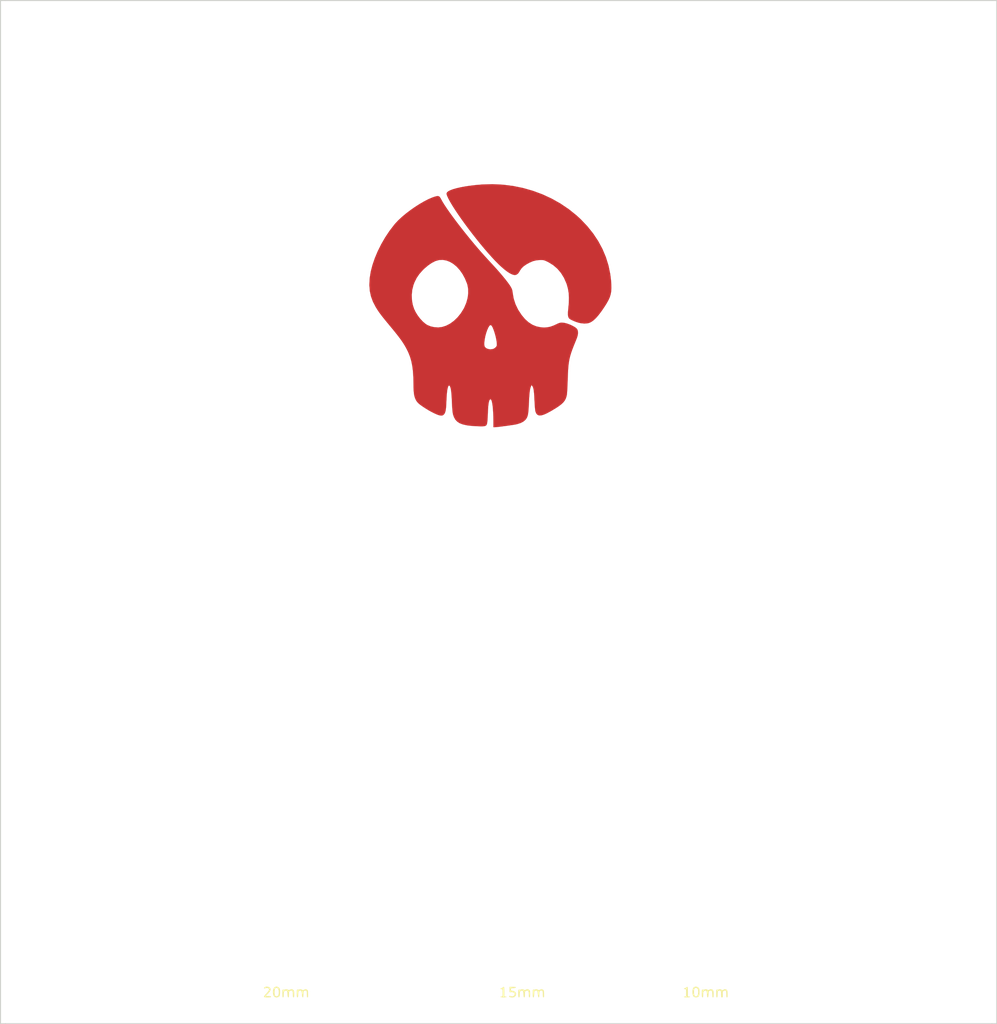
<source format=kicad_pcb>
(kicad_pcb (version 20171130) (host pcbnew "(5.1.2)-1")

  (general
    (thickness 1.6)
    (drawings 10)
    (tracks 0)
    (zones 0)
    (modules 6)
    (nets 1)
  )

  (page A4)
  (layers
    (0 F.Cu signal)
    (31 B.Cu signal)
    (32 B.Adhes user)
    (33 F.Adhes user)
    (34 B.Paste user)
    (35 F.Paste user)
    (36 B.SilkS user)
    (37 F.SilkS user)
    (38 B.Mask user)
    (39 F.Mask user)
    (40 Dwgs.User user)
    (41 Cmts.User user)
    (42 Eco1.User user)
    (43 Eco2.User user)
    (44 Edge.Cuts user)
    (45 Margin user)
    (46 B.CrtYd user)
    (47 F.CrtYd user)
    (48 B.Fab user)
    (49 F.Fab user)
  )

  (setup
    (last_trace_width 0.25)
    (trace_clearance 0.2)
    (zone_clearance 0.508)
    (zone_45_only no)
    (trace_min 0.2)
    (via_size 0.6)
    (via_drill 0.4)
    (via_min_size 0.4)
    (via_min_drill 0.3)
    (uvia_size 0.3)
    (uvia_drill 0.1)
    (uvias_allowed no)
    (uvia_min_size 0.2)
    (uvia_min_drill 0.1)
    (edge_width 0.15)
    (segment_width 0.2)
    (pcb_text_width 0.3)
    (pcb_text_size 1.5 1.5)
    (mod_edge_width 0.15)
    (mod_text_size 1 1)
    (mod_text_width 0.15)
    (pad_size 1.524 1.524)
    (pad_drill 0.762)
    (pad_to_mask_clearance 0.2)
    (aux_axis_origin 0 0)
    (visible_elements 7FFFFFFF)
    (pcbplotparams
      (layerselection 0x010f0_80000001)
      (usegerberextensions false)
      (usegerberattributes false)
      (usegerberadvancedattributes false)
      (creategerberjobfile false)
      (excludeedgelayer true)
      (linewidth 0.100000)
      (plotframeref false)
      (viasonmask false)
      (mode 1)
      (useauxorigin false)
      (hpglpennumber 1)
      (hpglpenspeed 20)
      (hpglpendiameter 15.000000)
      (psnegative false)
      (psa4output false)
      (plotreference true)
      (plotvalue true)
      (plotinvisibletext false)
      (padsonsilk false)
      (subtractmaskfromsilk false)
      (outputformat 1)
      (mirror false)
      (drillshape 1)
      (scaleselection 1)
      (outputdirectory "gerbers/"))
  )

  (net 0 "")

  (net_class Default "This is the default net class."
    (clearance 0.2)
    (trace_width 0.25)
    (via_dia 0.6)
    (via_drill 0.4)
    (uvia_dia 0.3)
    (uvia_drill 0.1)
  )

  (module LOGO (layer F.Cu) (tedit 0) (tstamp 0)
    (at 0 0)
    (fp_text reference G*** (at 0 0) (layer F.SilkS) hide
      (effects (font (size 1.524 1.524) (thickness 0.3)))
    )
    (fp_text value LOGO (at 0.75 0) (layer F.SilkS) hide
      (effects (font (size 1.524 1.524) (thickness 0.3)))
    )
  )

  (module LOGO (layer F.Cu) (tedit 0) (tstamp 0)
    (at 0 0)
    (fp_text reference G*** (at 0 0) (layer F.SilkS) hide
      (effects (font (size 1.524 1.524) (thickness 0.3)))
    )
    (fp_text value LOGO (at 0.75 0) (layer F.SilkS) hide
      (effects (font (size 1.524 1.524) (thickness 0.3)))
    )
    (fp_poly (pts (xy -18.982259 25.298026) (xy -18.620615 25.306373) (xy -18.306247 25.323015) (xy -18.020503 25.350199)
      (xy -17.744733 25.390174) (xy -17.460282 25.445189) (xy -17.148498 25.517492) (xy -16.790731 25.609333)
      (xy -16.775916 25.613255) (xy -15.932112 25.879883) (xy -15.121416 26.221604) (xy -14.347858 26.633993)
      (xy -13.615469 27.112625) (xy -12.928281 27.653077) (xy -12.290324 28.250922) (xy -11.705629 28.901738)
      (xy -11.178228 29.601099) (xy -10.712152 30.34458) (xy -10.311432 31.127756) (xy -9.980099 31.946204)
      (xy -9.722184 32.795499) (xy -9.56557 33.527501) (xy -9.449174 34.439415) (xy -9.415926 35.347819)
      (xy -9.464318 36.247915) (xy -9.592842 37.134899) (xy -9.799989 38.003972) (xy -10.084252 38.850333)
      (xy -10.444121 39.669181) (xy -10.878089 40.455714) (xy -11.384647 41.205133) (xy -11.962288 41.912635)
      (xy -12.319 42.291512) (xy -12.996471 42.916276) (xy -13.720448 43.471024) (xy -14.487584 43.954174)
      (xy -15.294529 44.364141) (xy -16.137935 44.699344) (xy -17.014455 44.958198) (xy -17.920739 45.13912)
      (xy -18.493569 45.211209) (xy -18.822383 45.234221) (xy -19.203412 45.245827) (xy -19.604984 45.246095)
      (xy -19.995427 45.235092) (xy -20.34307 45.212887) (xy -20.404666 45.207108) (xy -20.855916 45.146866)
      (xy -21.352436 45.054205) (xy -21.864324 44.935666) (xy -22.361678 44.797787) (xy -22.555879 44.736717)
      (xy -23.396935 44.418097) (xy -24.198617 44.026982) (xy -24.957254 43.56765) (xy -25.669175 43.044377)
      (xy -26.33071 42.461439) (xy -26.938187 41.823111) (xy -27.487938 41.133672) (xy -27.97629 40.397396)
      (xy -28.399574 39.61856) (xy -28.754119 38.801441) (xy -29.036255 37.950314) (xy -29.24231 37.069456)
      (xy -29.269917 36.914667) (xy -29.379182 36.02309) (xy -29.406012 35.12636) (xy -29.351811 34.231128)
      (xy -29.217984 33.344047) (xy -29.005936 32.471767) (xy -28.717071 31.620942) (xy -28.352792 30.798222)
      (xy -27.914506 30.01026) (xy -27.761463 29.770496) (xy -27.224686 29.031713) (xy -26.62623 28.348021)
      (xy -25.971055 27.723001) (xy -25.264122 27.160235) (xy -24.510393 26.663303) (xy -23.714829 26.235788)
      (xy -22.882392 25.881269) (xy -22.018041 25.603329) (xy -21.971 25.590688) (xy -21.631266 25.503662)
      (xy -21.32891 25.435131) (xy -21.045869 25.383016) (xy -20.764084 25.345235) (xy -20.465493 25.31971)
      (xy -20.132036 25.30436) (xy -19.745652 25.297104) (xy -19.409833 25.295724) (xy -18.982259 25.298026)) (layer B.Mask) (width 0.01))
    (fp_poly (pts (xy 3.877278 28.973555) (xy 4.640001 29.083522) (xy 5.386449 29.270157) (xy 6.10959 29.53255)
      (xy 6.802387 29.869792) (xy 7.273929 30.155445) (xy 7.51391 30.316143) (xy 7.707145 30.452846)
      (xy 7.875045 30.582956) (xy 8.03902 30.723875) (xy 8.220483 30.893003) (xy 8.418052 31.085298)
      (xy 8.965553 31.679531) (xy 9.436767 32.310077) (xy 9.83218 32.977937) (xy 10.152275 33.684107)
      (xy 10.397537 34.429588) (xy 10.56845 35.215378) (xy 10.628612 35.644667) (xy 10.651945 35.952987)
      (xy 10.660104 36.315866) (xy 10.65398 36.705166) (xy 10.634463 37.092754) (xy 10.602447 37.450492)
      (xy 10.562534 37.730081) (xy 10.381973 38.497933) (xy 10.124126 39.238013) (xy 9.792808 39.944459)
      (xy 9.391835 40.611408) (xy 8.925021 41.232998) (xy 8.396181 41.803368) (xy 7.80913 42.316656)
      (xy 7.369827 42.636018) (xy 6.686059 43.047642) (xy 5.978482 43.379045) (xy 5.24282 43.631725)
      (xy 4.474797 43.807181) (xy 3.767667 43.89899) (xy 3.505548 43.919992) (xy 3.292085 43.931469)
      (xy 3.097888 43.933325) (xy 2.893569 43.92546) (xy 2.649738 43.907778) (xy 2.498685 43.894769)
      (xy 1.750097 43.787048) (xy 1.006794 43.599594) (xy 0.280597 43.337088) (xy -0.416673 43.004212)
      (xy -1.073195 42.605647) (xy -1.450168 42.331052) (xy -1.666821 42.14871) (xy -1.914508 41.918593)
      (xy -2.173522 41.660702) (xy -2.424157 41.395039) (xy -2.646705 41.141606) (xy -2.761076 41.000499)
      (xy -3.203911 40.363809) (xy -3.573281 39.690859) (xy -3.868807 38.988134) (xy -4.090107 38.26212)
      (xy -4.2368 37.519302) (xy -4.308507 36.766166) (xy -4.304846 36.009198) (xy -4.225437 35.254884)
      (xy -4.069899 34.509708) (xy -3.837852 33.780157) (xy -3.528915 33.072715) (xy -3.255539 32.5755)
      (xy -2.930961 32.090826) (xy -2.543321 31.604312) (xy -2.111323 31.136083) (xy -1.653671 30.706266)
      (xy -1.189071 30.334989) (xy -1.141786 30.301029) (xy -0.812387 30.086308) (xy -0.428861 29.86774)
      (xy -0.019751 29.659737) (xy 0.386394 29.476709) (xy 0.76103 29.333069) (xy 0.804334 29.318564)
      (xy 1.561809 29.11276) (xy 2.331148 28.987264) (xy 3.105316 28.941166) (xy 3.877278 28.973555)) (layer B.Mask) (width 0.01))
    (fp_poly (pts (xy 21.577347 32.677768) (xy 22.165269 32.809444) (xy 22.733506 33.010633) (xy 23.27474 33.280196)
      (xy 23.781652 33.616995) (xy 24.246924 34.019888) (xy 24.621722 34.435195) (xy 24.998583 34.969154)
      (xy 25.299161 35.530751) (xy 25.523889 36.113388) (xy 25.673203 36.710465) (xy 25.747538 37.315385)
      (xy 25.74733 37.921548) (xy 25.673012 38.522357) (xy 25.525021 39.111211) (xy 25.303791 39.681514)
      (xy 25.009757 40.226666) (xy 24.643355 40.740069) (xy 24.205019 41.215124) (xy 24.172681 41.245804)
      (xy 23.676087 41.6555) (xy 23.131863 41.997576) (xy 22.548385 42.267913) (xy 21.934028 42.462391)
      (xy 21.533605 42.544316) (xy 21.283969 42.571214) (xy 20.978966 42.583319) (xy 20.646473 42.581293)
      (xy 20.314366 42.565796) (xy 20.010522 42.537491) (xy 19.790834 42.502956) (xy 19.165422 42.334598)
      (xy 18.578204 42.093602) (xy 18.033716 41.785019) (xy 17.536491 41.413902) (xy 17.091065 40.9853)
      (xy 16.701975 40.504267) (xy 16.373754 39.975852) (xy 16.110938 39.405107) (xy 15.918063 38.797083)
      (xy 15.799663 38.156832) (xy 15.787126 38.043723) (xy 15.766744 37.423725) (xy 15.827235 36.809388)
      (xy 15.964827 36.208441) (xy 16.17575 35.628616) (xy 16.456236 35.077641) (xy 16.802514 34.563247)
      (xy 17.210814 34.093165) (xy 17.677367 33.675124) (xy 18.04627 33.411325) (xy 18.598612 33.101986)
      (xy 19.175181 32.868998) (xy 19.768657 32.711222) (xy 20.371723 32.627518) (xy 20.977059 32.616747)
      (xy 21.577347 32.677768)) (layer B.Mask) (width 0.01))
    (fp_poly (pts (xy 39.37 5.884334) (xy -39.37 5.884334) (xy -39.37 -21.597189) (xy -11.722834 -21.597189)
      (xy -11.692139 -21.039839) (xy -11.592502 -20.513267) (xy -11.421404 -20.005091) (xy -11.176323 -19.502926)
      (xy -11.118051 -19.40186) (xy -10.998797 -19.20563) (xy -10.875174 -19.015088) (xy -10.739155 -18.819524)
      (xy -10.582711 -18.608226) (xy -10.397813 -18.370485) (xy -10.176434 -18.09559) (xy -9.910545 -17.772829)
      (xy -9.774717 -17.609695) (xy -9.439376 -17.204994) (xy -9.15415 -16.853486) (xy -8.912284 -16.545642)
      (xy -8.70702 -16.271935) (xy -8.531601 -16.022838) (xy -8.379269 -15.788822) (xy -8.243269 -15.56036)
      (xy -8.116841 -15.327925) (xy -8.018129 -15.132871) (xy -7.847971 -14.746284) (xy -7.710904 -14.340122)
      (xy -7.604924 -13.903147) (xy -7.528027 -13.424123) (xy -7.478208 -12.891811) (xy -7.453464 -12.294973)
      (xy -7.449828 -11.946277) (xy -7.444789 -11.559272) (xy -7.429473 -11.242772) (xy -7.401961 -10.983032)
      (xy -7.360337 -10.766303) (xy -7.302684 -10.578839) (xy -7.238304 -10.429487) (xy -7.165472 -10.296105)
      (xy -7.079852 -10.177165) (xy -6.969434 -10.061636) (xy -6.822206 -9.938483) (xy -6.626157 -9.796673)
      (xy -6.369276 -9.625171) (xy -6.346816 -9.610539) (xy -6.039881 -9.419762) (xy -5.7377 -9.248488)
      (xy -5.452719 -9.102666) (xy -5.197383 -8.988245) (xy -4.984136 -8.911175) (xy -4.825423 -8.877404)
      (xy -4.811481 -8.876575) (xy -4.677526 -8.879019) (xy -4.588837 -8.909068) (xy -4.506987 -8.981521)
      (xy -4.489788 -9.000462) (xy -4.42782 -9.087086) (xy -4.378008 -9.200174) (xy -4.338637 -9.349924)
      (xy -4.307988 -9.546534) (xy -4.284345 -9.800203) (xy -4.265989 -10.121129) (xy -4.255312 -10.392833)
      (xy -4.235995 -10.779968) (xy -4.206903 -11.114206) (xy -4.169119 -11.388419) (xy -4.123726 -11.595476)
      (xy -4.071808 -11.728249) (xy -4.04741 -11.761066) (xy -3.997707 -11.79385) (xy -3.953087 -11.763579)
      (xy -3.923261 -11.720641) (xy -3.876597 -11.623458) (xy -3.837089 -11.483865) (xy -3.803689 -11.293918)
      (xy -3.775353 -11.045673) (xy -3.751034 -10.731186) (xy -3.729687 -10.342513) (xy -3.723363 -10.202333)
      (xy -3.706096 -9.837127) (xy -3.688049 -9.543845) (xy -3.667307 -9.309755) (xy -3.641956 -9.122121)
      (xy -3.610084 -8.968211) (xy -3.569777 -8.835289) (xy -3.51912 -8.710622) (xy -3.489861 -8.648526)
      (xy -3.346724 -8.424783) (xy -3.153247 -8.244862) (xy -2.901267 -8.103859) (xy -2.582621 -7.99687)
      (xy -2.307166 -7.938119) (xy -2.106681 -7.909225) (xy -1.862904 -7.88361) (xy -1.594863 -7.86226)
      (xy -1.321585 -7.846163) (xy -1.062098 -7.836306) (xy -0.835428 -7.833675) (xy -0.660604 -7.839259)
      (xy -0.579746 -7.848493) (xy -0.492728 -7.871189) (xy -0.424243 -7.909333) (xy -0.371572 -7.972714)
      (xy -0.331996 -8.071117) (xy -0.302797 -8.21433) (xy -0.281254 -8.412138) (xy -0.26465 -8.674329)
      (xy -0.250265 -9.010689) (xy -0.249238 -9.038166) (xy -0.23029 -9.449808) (xy -0.206401 -9.782456)
      (xy -0.176508 -10.041697) (xy -0.139545 -10.233114) (xy -0.094449 -10.362294) (xy -0.040155 -10.434821)
      (xy 0.021016 -10.456333) (xy 0.076703 -10.415222) (xy 0.128125 -10.296644) (xy 0.174352 -10.107733)
      (xy 0.214457 -9.855625) (xy 0.24751 -9.547453) (xy 0.272585 -9.190351) (xy 0.288751 -8.791454)
      (xy 0.295081 -8.357895) (xy 0.295099 -8.35025) (xy 0.296334 -7.747) (xy 0.395068 -7.747)
      (xy 0.466046 -7.752082) (xy 0.606616 -7.766261) (xy 0.802383 -7.787932) (xy 1.03895 -7.815494)
      (xy 1.301922 -7.847342) (xy 1.353953 -7.853779) (xy 1.809387 -7.913734) (xy 2.189119 -7.972163)
      (xy 2.502007 -8.03172) (xy 2.756913 -8.095063) (xy 2.962697 -8.164845) (xy 3.128219 -8.243724)
      (xy 3.26234 -8.334353) (xy 3.373919 -8.439389) (xy 3.397703 -8.466305) (xy 3.482309 -8.576012)
      (xy 3.549703 -8.693286) (xy 3.602465 -8.83006) (xy 3.643176 -8.998267) (xy 3.674416 -9.20984)
      (xy 3.698764 -9.476713) (xy 3.718802 -9.81082) (xy 3.727295 -9.990666) (xy 3.748741 -10.423)
      (xy 3.771622 -10.779339) (xy 3.796925 -11.068355) (xy 3.825635 -11.29872) (xy 3.858736 -11.479104)
      (xy 3.897214 -11.61818) (xy 3.918624 -11.674572) (xy 3.985084 -11.832166) (xy 4.063472 -11.73643)
      (xy 4.115577 -11.652614) (xy 4.15849 -11.53465) (xy 4.193622 -11.373286) (xy 4.222385 -11.15927)
      (xy 4.246191 -10.883353) (xy 4.266451 -10.536281) (xy 4.274956 -10.3505) (xy 4.288637 -10.077401)
      (xy 4.305171 -9.820808) (xy 4.323197 -9.597475) (xy 4.341351 -9.424155) (xy 4.358271 -9.317602)
      (xy 4.359309 -9.313333) (xy 4.421084 -9.131066) (xy 4.505519 -8.997463) (xy 4.617689 -8.913195)
      (xy 4.762665 -8.878936) (xy 4.945521 -8.895357) (xy 5.171331 -8.963131) (xy 5.445168 -9.082931)
      (xy 5.772106 -9.255429) (xy 6.157216 -9.481298) (xy 6.303338 -9.571009) (xy 6.630981 -9.785591)
      (xy 6.888069 -9.983067) (xy 7.0839 -10.17447) (xy 7.227772 -10.370835) (xy 7.328982 -10.583197)
      (xy 7.39683 -10.822591) (xy 7.408741 -10.882897) (xy 7.421278 -10.986145) (xy 7.43513 -11.160784)
      (xy 7.449564 -11.393562) (xy 7.463846 -11.671228) (xy 7.477243 -11.980529) (xy 7.48902 -12.308216)
      (xy 7.4908 -12.364564) (xy 7.508493 -12.861117) (xy 7.530393 -13.287973) (xy 7.559551 -13.660094)
      (xy 7.599018 -13.992443) (xy 7.651845 -14.299982) (xy 7.721081 -14.597671) (xy 7.809777 -14.900474)
      (xy 7.920984 -15.223353) (xy 8.057752 -15.581269) (xy 8.223132 -15.989185) (xy 8.236298 -16.02106)
      (xy 8.336179 -16.268225) (xy 8.405638 -16.456516) (xy 8.449881 -16.603868) (xy 8.474113 -16.728212)
      (xy 8.483539 -16.847481) (xy 8.484144 -16.874918) (xy 8.474313 -17.057791) (xy 8.430778 -17.200026)
      (xy 8.341259 -17.319044) (xy 8.193478 -17.432262) (xy 8.020264 -17.532961) (xy 7.710164 -17.681211)
      (xy 7.403621 -17.791598) (xy 7.12185 -17.857509) (xy 6.926797 -17.873758) (xy 6.785721 -17.862513)
      (xy 6.643714 -17.825893) (xy 6.473577 -17.755537) (xy 6.355812 -17.698255) (xy 6.023317 -17.548772)
      (xy 5.721016 -17.454273) (xy 5.421556 -17.407638) (xy 5.208689 -17.399626) (xy 4.763625 -17.436202)
      (xy 4.348303 -17.545404) (xy 3.95989 -17.72915) (xy 3.59555 -17.989358) (xy 3.25245 -18.327946)
      (xy 2.927756 -18.746832) (xy 2.707849 -19.092333) (xy 2.454531 -19.600386) (xy 2.272026 -20.141266)
      (xy 2.166737 -20.695544) (xy 2.160505 -20.752907) (xy 2.133505 -20.949847) (xy 2.089843 -21.10617)
      (xy 2.015549 -21.26389) (xy 1.956397 -21.366741) (xy 1.815949 -21.581023) (xy 1.621625 -21.845583)
      (xy 1.380451 -22.15188) (xy 1.099453 -22.491373) (xy 0.785656 -22.855522) (xy 0.446086 -23.235786)
      (xy 0.188271 -23.516166) (xy -0.217903 -23.955175) (xy -0.578459 -24.351076) (xy -0.907932 -24.720346)
      (xy -1.220856 -25.07946) (xy -1.531766 -25.444894) (xy -1.847111 -25.823333) (xy -2.272638 -26.344499)
      (xy -2.682169 -26.857927) (xy -3.070953 -27.357127) (xy -3.434242 -27.83561) (xy -3.767283 -28.286886)
      (xy -4.065328 -28.704466) (xy -4.323626 -29.08186) (xy -4.537427 -29.41258) (xy -4.701981 -29.690136)
      (xy -4.767105 -29.81248) (xy -4.861065 -29.980925) (xy -4.950103 -30.082817) (xy -5.05441 -30.126054)
      (xy -5.194181 -30.118532) (xy -5.389606 -30.068146) (xy -5.407243 -30.062806) (xy -5.769635 -29.929525)
      (xy -6.173908 -29.741006) (xy -6.606832 -29.506286) (xy -7.055178 -29.234402) (xy -7.505718 -28.934392)
      (xy -7.945221 -28.615293) (xy -8.360459 -28.286142) (xy -8.738203 -27.955977) (xy -9.065224 -27.633834)
      (xy -9.227343 -27.453166) (xy -9.68741 -26.869679) (xy -10.114313 -26.24598) (xy -10.502589 -25.593745)
      (xy -10.846772 -24.92465) (xy -11.141398 -24.250369) (xy -11.381003 -23.582579) (xy -11.560122 -22.932954)
      (xy -11.67329 -22.31317) (xy -11.687108 -22.1977) (xy -11.722834 -21.597189) (xy -39.37 -21.597189)
      (xy -39.37 -30.394686) (xy -4.243289 -30.394686) (xy -4.237679 -30.285023) (xy -4.23145 -30.261769)
      (xy -4.154043 -30.056584) (xy -4.025244 -29.794735) (xy -3.849918 -29.48283) (xy -3.632933 -29.127479)
      (xy -3.379155 -28.735289) (xy -3.09345 -28.312869) (xy -2.780684 -27.866828) (xy -2.445725 -27.403773)
      (xy -2.093438 -26.930314) (xy -1.72869 -26.453059) (xy -1.356347 -25.978616) (xy -0.981275 -25.513594)
      (xy -0.608341 -25.064601) (xy -0.242412 -24.638247) (xy 0.111646 -24.241138) (xy 0.448968 -23.879885)
      (xy 0.529167 -23.796919) (xy 0.915551 -23.415845) (xy 1.271274 -23.096934) (xy 1.593687 -22.842078)
      (xy 1.880143 -22.653168) (xy 2.127993 -22.532095) (xy 2.33459 -22.48075) (xy 2.374357 -22.479)
      (xy 2.53873 -22.519663) (xy 2.689551 -22.634973) (xy 2.813767 -22.814912) (xy 2.814868 -22.817077)
      (xy 2.954945 -23.050078) (xy 3.126251 -23.244815) (xy 3.349632 -23.422857) (xy 3.485771 -23.511377)
      (xy 3.851812 -23.712295) (xy 4.19534 -23.845822) (xy 4.535695 -23.918168) (xy 4.808668 -23.936097)
      (xy 4.984273 -23.936034) (xy 5.114341 -23.927656) (xy 5.226091 -23.904182) (xy 5.346744 -23.85883)
      (xy 5.503519 -23.784818) (xy 5.591834 -23.74099) (xy 6.053545 -23.464763) (xy 6.461379 -23.123624)
      (xy 6.814198 -22.718894) (xy 7.110866 -22.251895) (xy 7.350245 -21.723949) (xy 7.36766 -21.677002)
      (xy 7.489597 -21.284096) (xy 7.570122 -20.879248) (xy 7.610376 -20.447596) (xy 7.611499 -19.974275)
      (xy 7.574631 -19.444421) (xy 7.553822 -19.250289) (xy 7.522489 -18.940027) (xy 7.512397 -18.69969)
      (xy 7.528384 -18.516141) (xy 7.575287 -18.376244) (xy 7.657943 -18.26686) (xy 7.78119 -18.174853)
      (xy 7.949864 -18.087085) (xy 7.988711 -18.069232) (xy 8.36651 -17.922422) (xy 8.732839 -17.827037)
      (xy 9.074397 -17.784969) (xy 9.377882 -17.798108) (xy 9.569988 -17.844436) (xy 9.78474 -17.946723)
      (xy 10.007374 -18.106791) (xy 10.242161 -18.329088) (xy 10.493369 -18.618066) (xy 10.765267 -18.978173)
      (xy 11.032898 -19.36935) (xy 11.25965 -19.726701) (xy 11.436092 -20.041708) (xy 11.566575 -20.332214)
      (xy 11.655447 -20.616062) (xy 11.707057 -20.911096) (xy 11.725754 -21.235161) (xy 11.715888 -21.606098)
      (xy 11.68249 -22.0345) (xy 11.560614 -22.883082) (xy 11.357052 -23.712169) (xy 11.073111 -24.519008)
      (xy 10.710099 -25.30085) (xy 10.269324 -26.054943) (xy 9.752093 -26.778536) (xy 9.159715 -27.468879)
      (xy 9.038348 -27.596501) (xy 8.328846 -28.270153) (xy 7.565122 -28.88064) (xy 6.75124 -29.426205)
      (xy 5.891263 -29.905091) (xy 4.989256 -30.315544) (xy 4.049282 -30.655806) (xy 3.075406 -30.924121)
      (xy 2.071692 -31.118734) (xy 1.042203 -31.237888) (xy 0.542796 -31.267651) (xy 0.102266 -31.276341)
      (xy -0.358909 -31.267808) (xy -0.831697 -31.243528) (xy -1.307064 -31.204979) (xy -1.775979 -31.153637)
      (xy -2.22941 -31.09098) (xy -2.658325 -31.018485) (xy -3.053691 -30.937628) (xy -3.406476 -30.849886)
      (xy -3.707647 -30.756737) (xy -3.948174 -30.659658) (xy -4.119023 -30.560124) (xy -4.189188 -30.493854)
      (xy -4.243289 -30.394686) (xy -39.37 -30.394686) (xy -39.37 -44.915666) (xy 39.37 -44.915666)
      (xy 39.37 5.884334)) (layer B.Mask) (width 0.01))
    (fp_poly (pts (xy 0.098118 -17.604549) (xy 0.128292 -17.568333) (xy 0.208463 -17.433179) (xy 0.294927 -17.233413)
      (xy 0.381904 -16.988223) (xy 0.463614 -16.716799) (xy 0.534276 -16.438329) (xy 0.588112 -16.172003)
      (xy 0.619214 -15.9385) (xy 0.629844 -15.776164) (xy 0.624551 -15.670495) (xy 0.598691 -15.594247)
      (xy 0.547974 -15.52062) (xy 0.391556 -15.387217) (xy 0.189766 -15.306429) (xy -0.033019 -15.282877)
      (xy -0.252419 -15.321183) (xy -0.331729 -15.35385) (xy -0.454743 -15.427558) (xy -0.533804 -15.515507)
      (xy -0.575954 -15.635739) (xy -0.588235 -15.806292) (xy -0.58118 -15.992825) (xy -0.553182 -16.241083)
      (xy -0.501886 -16.508511) (xy -0.432549 -16.779498) (xy -0.350427 -17.038436) (xy -0.260777 -17.269714)
      (xy -0.168854 -17.457722) (xy -0.079917 -17.58685) (xy -0.029972 -17.62969) (xy 0.035496 -17.647613)
      (xy 0.098118 -17.604549)) (layer B.Mask) (width 0.01))
    (fp_poly (pts (xy -4.290604 -23.897592) (xy -3.943421 -23.770333) (xy -3.607011 -23.574198) (xy -3.28672 -23.312969)
      (xy -2.987891 -22.990426) (xy -2.715871 -22.610351) (xy -2.476004 -22.176525) (xy -2.273635 -21.692729)
      (xy -2.256709 -21.644751) (xy -2.162821 -21.252313) (xy -2.137945 -20.825427) (xy -2.18063 -20.376588)
      (xy -2.289428 -19.918292) (xy -2.46289 -19.463035) (xy -2.524697 -19.334128) (xy -2.784932 -18.88476)
      (xy -3.086146 -18.484393) (xy -3.420954 -18.138493) (xy -3.781969 -17.852528) (xy -4.161804 -17.631963)
      (xy -4.553073 -17.482265) (xy -4.948389 -17.4089) (xy -5.135 -17.402365) (xy -5.303234 -17.414095)
      (xy -5.499655 -17.440625) (xy -5.619701 -17.463197) (xy -5.899875 -17.547027) (xy -6.158215 -17.676868)
      (xy -6.413542 -17.864031) (xy -6.645387 -18.079792) (xy -6.991851 -18.486811) (xy -7.271356 -18.938943)
      (xy -7.394908 -19.205981) (xy -7.533255 -19.64549) (xy -7.607773 -20.120138) (xy -7.617901 -20.608795)
      (xy -7.563079 -21.090336) (xy -7.456005 -21.505333) (xy -7.273838 -21.955794) (xy -7.042991 -22.360578)
      (xy -6.749852 -22.741395) (xy -6.5405 -22.965304) (xy -6.173152 -23.302248) (xy -5.804897 -23.57713)
      (xy -5.447064 -23.781787) (xy -5.343348 -23.828307) (xy -4.995913 -23.93036) (xy -4.643217 -23.952195)
      (xy -4.290604 -23.897592)) (layer B.Mask) (width 0.01))
  )

  (module LOGO (layer F.Cu) (tedit 0) (tstamp 0)
    (at 0 0)
    (fp_text reference G*** (at 0 0) (layer F.SilkS) hide
      (effects (font (size 1.524 1.524) (thickness 0.3)))
    )
    (fp_text value LOGO (at 0.75 0) (layer F.SilkS) hide
      (effects (font (size 1.524 1.524) (thickness 0.3)))
    )
  )

  (module LOGO (layer F.Cu) (tedit 0) (tstamp 0)
    (at 0 0)
    (fp_text reference G*** (at 0 0) (layer F.SilkS) hide
      (effects (font (size 1.524 1.524) (thickness 0.3)))
    )
    (fp_text value LOGO (at 0.75 0) (layer F.SilkS) hide
      (effects (font (size 1.524 1.524) (thickness 0.3)))
    )
    (fp_poly (pts (xy -4.957214 -30.088046) (xy -4.867727 -29.990872) (xy -4.774847 -29.827743) (xy -4.767105 -29.81248)
      (xy -4.630331 -29.565459) (xy -4.441814 -29.261864) (xy -4.206305 -28.908185) (xy -3.928552 -28.510911)
      (xy -3.613307 -28.076531) (xy -3.265319 -27.611535) (xy -2.889339 -27.122412) (xy -2.490117 -26.615651)
      (xy -2.072403 -26.097742) (xy -1.847111 -25.823333) (xy -1.524154 -25.43585) (xy -1.213367 -25.070763)
      (xy -0.900214 -24.711597) (xy -0.570161 -24.341878) (xy -0.208673 -23.945128) (xy 0.188271 -23.516166)
      (xy 0.54211 -23.129567) (xy 0.87526 -22.752903) (xy 1.180694 -22.394715) (xy 1.451388 -22.063543)
      (xy 1.680316 -21.767927) (xy 1.860452 -21.516409) (xy 1.956397 -21.366741) (xy 2.053559 -21.190279)
      (xy 2.112384 -21.038381) (xy 2.146844 -20.869034) (xy 2.160505 -20.752907) (xy 2.257434 -20.198352)
      (xy 2.432244 -19.655183) (xy 2.678529 -19.142831) (xy 2.707849 -19.092333) (xy 3.021244 -18.615542)
      (xy 3.351043 -18.220406) (xy 3.700079 -17.905005) (xy 4.071185 -17.667421) (xy 4.467197 -17.505737)
      (xy 4.890949 -17.418034) (xy 5.208689 -17.399626) (xy 5.521564 -17.41815) (xy 5.818939 -17.479765)
      (xy 6.128165 -17.591589) (xy 6.355812 -17.698255) (xy 6.553599 -17.791166) (xy 6.708016 -17.845657)
      (xy 6.846263 -17.870089) (xy 6.926797 -17.873758) (xy 7.173065 -17.848607) (xy 7.461241 -17.77364)
      (xy 7.770113 -17.655466) (xy 8.020264 -17.532961) (xy 8.224967 -17.411504) (xy 8.361341 -17.298528)
      (xy 8.441665 -17.176612) (xy 8.478218 -17.028339) (xy 8.484144 -16.874918) (xy 8.477285 -16.754352)
      (xy 8.45677 -16.632671) (xy 8.417392 -16.491941) (xy 8.353948 -16.314231) (xy 8.261231 -16.081606)
      (xy 8.236298 -16.02106) (xy 8.068697 -15.608891) (xy 7.929929 -15.247847) (xy 7.816949 -14.92298)
      (xy 7.726714 -14.619345) (xy 7.656182 -14.321994) (xy 7.602309 -14.015981) (xy 7.562052 -13.68636)
      (xy 7.532368 -13.318184) (xy 7.510214 -12.896506) (xy 7.492546 -12.406379) (xy 7.491161 -12.361333)
      (xy 7.479913 -12.032107) (xy 7.466936 -11.719634) (xy 7.45295 -11.437011) (xy 7.438677 -11.197335)
      (xy 7.424837 -11.013703) (xy 7.412152 -10.899214) (xy 7.410006 -10.886747) (xy 7.358922 -10.672561)
      (xy 7.287872 -10.481764) (xy 7.189171 -10.306587) (xy 7.055137 -10.139263) (xy 6.878085 -9.972023)
      (xy 6.650331 -9.7971) (xy 6.364193 -9.606725) (xy 6.011986 -9.393131) (xy 5.825503 -9.284845)
      (xy 5.476008 -9.096284) (xy 5.18271 -8.966534) (xy 4.940838 -8.895655) (xy 4.745622 -8.883711)
      (xy 4.592292 -8.930761) (xy 4.476076 -9.03687) (xy 4.392205 -9.202097) (xy 4.361689 -9.303792)
      (xy 4.344132 -9.408517) (xy 4.325345 -9.580893) (xy 4.306733 -9.803944) (xy 4.289703 -10.060695)
      (xy 4.275662 -10.33417) (xy 4.274956 -10.3505) (xy 4.255851 -10.73335) (xy 4.233848 -11.040797)
      (xy 4.207537 -11.282093) (xy 4.175505 -11.466489) (xy 4.136341 -11.603237) (xy 4.088633 -11.701587)
      (xy 4.063472 -11.73643) (xy 3.985084 -11.832166) (xy 3.919655 -11.677041) (xy 3.877885 -11.556475)
      (xy 3.842301 -11.403026) (xy 3.81184 -11.207445) (xy 3.785438 -10.960486) (xy 3.762033 -10.652899)
      (xy 3.74056 -10.275437) (xy 3.728173 -10.011833) (xy 3.709391 -9.640371) (xy 3.687768 -9.341784)
      (xy 3.660781 -9.104282) (xy 3.62591 -8.916076) (xy 3.580634 -8.765375) (xy 3.522431 -8.640388)
      (xy 3.448781 -8.529326) (xy 3.397703 -8.466305) (xy 3.20259 -8.29737) (xy 2.93307 -8.15662)
      (xy 2.595641 -8.047289) (xy 2.518834 -8.029086) (xy 2.391984 -8.00478) (xy 2.203475 -7.973859)
      (xy 1.969425 -7.938478) (xy 1.705956 -7.900794) (xy 1.429187 -7.862962) (xy 1.155237 -7.827135)
      (xy 0.900227 -7.795471) (xy 0.680278 -7.770124) (xy 0.511508 -7.753249) (xy 0.410037 -7.747002)
      (xy 0.409 -7.747) (xy 0.296334 -7.747) (xy 0.295099 -8.35025) (xy 0.288944 -8.784337)
      (xy 0.272937 -9.183884) (xy 0.248007 -9.541758) (xy 0.215081 -9.850824) (xy 0.175089 -10.103947)
      (xy 0.128958 -10.293994) (xy 0.077618 -10.41383) (xy 0.021996 -10.456321) (xy 0.021016 -10.456333)
      (xy -0.043017 -10.432525) (xy -0.096841 -10.357379) (xy -0.141518 -10.225308) (xy -0.178113 -10.030728)
      (xy -0.20769 -9.768054) (xy -0.231315 -9.431702) (xy -0.249238 -9.038166) (xy -0.263567 -8.69606)
      (xy -0.279919 -8.428831) (xy -0.301013 -8.226693) (xy -0.329568 -8.079859) (xy -0.368302 -7.978542)
      (xy -0.419934 -7.912955) (xy -0.487184 -7.873313) (xy -0.572769 -7.849828) (xy -0.579746 -7.848493)
      (xy -0.707236 -7.836638) (xy -0.899764 -7.833664) (xy -1.138278 -7.838586) (xy -1.403727 -7.850416)
      (xy -1.677058 -7.868167) (xy -1.939221 -7.890852) (xy -2.171164 -7.917485) (xy -2.304785 -7.937851)
      (xy -2.677994 -8.023115) (xy -2.978678 -8.138901) (xy -3.215676 -8.292325) (xy -3.397829 -8.490502)
      (xy -3.533979 -8.74055) (xy -3.619249 -8.995833) (xy -3.649408 -9.155418) (xy -3.676734 -9.395021)
      (xy -3.700814 -9.710026) (xy -3.721239 -10.095819) (xy -3.724853 -10.181166) (xy -3.744469 -10.597015)
      (xy -3.766769 -10.936193) (xy -3.792782 -11.206683) (xy -3.823537 -11.416463) (xy -3.860062 -11.573515)
      (xy -3.903385 -11.685819) (xy -3.923261 -11.720641) (xy -3.975882 -11.786744) (xy -4.019564 -11.785225)
      (xy -4.04741 -11.761066) (xy -4.101834 -11.662905) (xy -4.150204 -11.487351) (xy -4.191438 -11.241535)
      (xy -4.224452 -10.932586) (xy -4.248163 -10.567632) (xy -4.255312 -10.392833) (xy -4.270976 -10.018456)
      (xy -4.290719 -9.718514) (xy -4.316259 -9.482809) (xy -4.349312 -9.301142) (xy -4.391597 -9.163315)
      (xy -4.44483 -9.059129) (xy -4.489788 -9.000462) (xy -4.574532 -8.918683) (xy -4.65911 -8.882005)
      (xy -4.781948 -8.875631) (xy -4.811481 -8.876575) (xy -4.963256 -8.905083) (xy -5.170969 -8.977563)
      (xy -5.422177 -9.088065) (xy -5.704435 -9.23064) (xy -6.005296 -9.399339) (xy -6.312318 -9.588212)
      (xy -6.346816 -9.610539) (xy -6.608991 -9.784884) (xy -6.809421 -9.92874) (xy -6.960138 -10.053152)
      (xy -7.073177 -10.169167) (xy -7.16057 -10.287832) (xy -7.23435 -10.420191) (xy -7.238939 -10.429487)
      (xy -7.310851 -10.600485) (xy -7.365635 -10.791763) (xy -7.405088 -11.016443) (xy -7.431003 -11.287646)
      (xy -7.445177 -11.618492) (xy -7.449359 -11.967444) (xy -7.462496 -12.606286) (xy -7.500493 -13.174798)
      (xy -7.565361 -13.684175) (xy -7.659113 -14.145613) (xy -7.783759 -14.570306) (xy -7.941312 -14.969449)
      (xy -8.018129 -15.132871) (xy -8.141764 -15.375336) (xy -8.26957 -15.60621) (xy -8.389277 -15.803639)
      (xy -0.590928 -15.803639) (xy -0.57563 -15.62598) (xy -0.538604 -15.523628) (xy -0.411318 -15.400738)
      (xy -0.231462 -15.319596) (xy -0.022796 -15.285311) (xy 0.19092 -15.302995) (xy 0.311752 -15.340703)
      (xy 0.438078 -15.417106) (xy 0.547113 -15.519541) (xy 0.547974 -15.52062) (xy 0.598896 -15.594631)
      (xy 0.624631 -15.670966) (xy 0.629825 -15.776869) (xy 0.619214 -15.9385) (xy 0.587807 -16.173779)
      (xy 0.533834 -16.440256) (xy 0.463074 -16.718743) (xy 0.381307 -16.990051) (xy 0.294314 -17.23499)
      (xy 0.207874 -17.434371) (xy 0.128292 -17.568333) (xy 0.052865 -17.635171) (xy -0.02186 -17.6328)
      (xy -0.102396 -17.557231) (xy -0.195258 -17.404473) (xy -0.22078 -17.354523) (xy -0.323857 -17.116696)
      (xy -0.414009 -16.849706) (xy -0.488513 -16.569228) (xy -0.544648 -16.29094) (xy -0.579694 -16.030518)
      (xy -0.590928 -15.803639) (xy -8.389277 -15.803639) (xy -8.408306 -15.835022) (xy -8.564727 -16.0713)
      (xy -8.745592 -16.32457) (xy -8.957658 -16.604362) (xy -9.207682 -16.920202) (xy -9.50242 -17.281619)
      (xy -9.774717 -17.609695) (xy -10.063175 -17.957401) (xy -10.303522 -18.252437) (xy -10.503788 -18.505517)
      (xy -10.672 -18.727349) (xy -10.816186 -18.928644) (xy -10.944375 -19.120114) (xy -11.064596 -19.312468)
      (xy -11.118051 -19.40186) (xy -11.37827 -19.90431) (xy -11.564002 -20.410288) (xy -11.597874 -20.565678)
      (xy -7.619611 -20.565678) (xy -7.603781 -20.077406) (xy -7.523612 -19.605009) (xy -7.394908 -19.205981)
      (xy -7.233807 -18.874691) (xy -7.028141 -18.546882) (xy -6.79168 -18.239281) (xy -6.538195 -17.968617)
      (xy -6.281456 -17.751616) (xy -6.105588 -17.639748) (xy -5.777664 -17.505327) (xy -5.410648 -17.426383)
      (xy -5.032535 -17.406747) (xy -4.6905 -17.446106) (xy -4.292516 -17.571028) (xy -3.902485 -17.773263)
      (xy -3.528841 -18.045457) (xy -3.180019 -18.380257) (xy -2.864453 -18.770312) (xy -2.590579 -19.208267)
      (xy -2.524697 -19.334128) (xy -2.332864 -19.786188) (xy -2.205276 -20.24489) (xy -2.143383 -20.697737)
      (xy -2.148634 -21.132234) (xy -2.222479 -21.535884) (xy -2.256709 -21.644751) (xy -2.455273 -22.133056)
      (xy -2.691838 -22.571747) (xy -2.96106 -22.957043) (xy -3.257592 -23.285163) (xy -3.576091 -23.552325)
      (xy -3.911212 -23.754748) (xy -4.257609 -23.888652) (xy -4.609938 -23.950256) (xy -4.962854 -23.935777)
      (xy -5.311012 -23.841436) (xy -5.343348 -23.828307) (xy -5.695841 -23.646331) (xy -6.062156 -23.391677)
      (xy -6.430967 -23.072511) (xy -6.5405 -22.965304) (xy -6.877119 -22.588449) (xy -7.143354 -22.200529)
      (xy -7.352817 -21.779836) (xy -7.456005 -21.505333) (xy -7.570539 -21.048696) (xy -7.619611 -20.565678)
      (xy -11.597874 -20.565678) (xy -11.677766 -20.932178) (xy -11.722084 -21.482364) (xy -11.699475 -22.073227)
      (xy -11.687108 -22.1977) (xy -11.587329 -22.810363) (xy -11.420543 -23.455126) (xy -11.192213 -24.120314)
      (xy -10.907805 -24.794249) (xy -10.572782 -25.465259) (xy -10.19261 -26.121666) (xy -9.772753 -26.751796)
      (xy -9.318675 -27.343974) (xy -9.227343 -27.453166) (xy -8.935291 -27.767267) (xy -8.584812 -28.094533)
      (xy -8.189148 -28.42592) (xy -7.761541 -28.752381) (xy -7.315232 -29.06487) (xy -6.863463 -29.354341)
      (xy -6.419477 -29.611749) (xy -5.996513 -29.828047) (xy -5.607816 -29.99419) (xy -5.407243 -30.062806)
      (xy -5.20678 -30.116117) (xy -5.063501 -30.127162) (xy -4.957214 -30.088046)) (layer F.Cu) (width 0.01))
    (fp_poly (pts (xy 1.208769 -31.228121) (xy 2.201317 -31.103202) (xy 3.176911 -30.903493) (xy 4.129835 -30.631003)
      (xy 5.054377 -30.287744) (xy 5.94482 -29.875728) (xy 6.79545 -29.396965) (xy 7.600553 -28.853469)
      (xy 8.354413 -28.247249) (xy 8.750847 -27.882294) (xy 9.392206 -27.209155) (xy 9.95807 -26.503341)
      (xy 10.447361 -25.767007) (xy 10.858998 -25.002307) (xy 11.191902 -24.211395) (xy 11.444992 -23.396423)
      (xy 11.617189 -22.559547) (xy 11.68249 -22.0345) (xy 11.716233 -21.599972) (xy 11.725694 -21.229887)
      (xy 11.706526 -20.906402) (xy 11.654377 -20.611674) (xy 11.564901 -20.327858) (xy 11.433747 -20.037112)
      (xy 11.256566 -19.721591) (xy 11.032898 -19.36935) (xy 10.738581 -18.940993) (xy 10.46882 -18.587795)
      (xy 10.219346 -18.305307) (xy 9.98589 -18.089078) (xy 9.764182 -17.934659) (xy 9.569988 -17.844436)
      (xy 9.347724 -17.796732) (xy 9.078004 -17.786689) (xy 8.78888 -17.813669) (xy 8.539238 -17.867937)
      (xy 8.322884 -17.937445) (xy 8.105403 -18.020702) (xy 7.907449 -18.108542) (xy 7.749675 -18.191802)
      (xy 7.652733 -18.261314) (xy 7.652675 -18.261372) (xy 7.582588 -18.35533) (xy 7.537783 -18.479074)
      (xy 7.517041 -18.644821) (xy 7.51914 -18.864788) (xy 7.542858 -19.151191) (xy 7.553822 -19.250289)
      (xy 7.60325 -19.80257) (xy 7.615072 -20.293303) (xy 7.588147 -20.737352) (xy 7.521337 -21.149581)
      (xy 7.413499 -21.544855) (xy 7.36766 -21.677002) (xy 7.133131 -22.209994) (xy 6.841218 -22.682148)
      (xy 6.493058 -23.092145) (xy 6.089789 -23.438661) (xy 5.632548 -23.720376) (xy 5.591834 -23.74099)
      (xy 5.410289 -23.829903) (xy 5.276955 -23.887145) (xy 5.164611 -23.919498) (xy 5.046038 -23.933743)
      (xy 4.894015 -23.936662) (xy 4.808668 -23.936097) (xy 4.457525 -23.906761) (xy 4.118147 -23.821039)
      (xy 3.771196 -23.672723) (xy 3.485771 -23.511377) (xy 3.22893 -23.333619) (xy 3.034472 -23.149835)
      (xy 2.881555 -22.938456) (xy 2.814868 -22.817077) (xy 2.690573 -22.63602) (xy 2.539378 -22.520079)
      (xy 2.374015 -22.479001) (xy 2.373223 -22.479) (xy 2.177775 -22.51431) (xy 1.940399 -22.618669)
      (xy 1.664657 -22.789717) (xy 1.354114 -23.025096) (xy 1.012331 -23.322446) (xy 0.809636 -23.514162)
      (xy 0.48556 -23.840429) (xy 0.139774 -24.209586) (xy -0.222716 -24.61492) (xy -0.596906 -25.04972)
      (xy -0.977789 -25.507273) (xy -1.36036 -25.980867) (xy -1.739612 -26.463788) (xy -2.110539 -26.949326)
      (xy -2.468137 -27.430767) (xy -2.807399 -27.901399) (xy -3.123319 -28.354509) (xy -3.410891 -28.783386)
      (xy -3.665111 -29.181317) (xy -3.880971 -29.54159) (xy -4.053466 -29.857491) (xy -4.17759 -30.12231)
      (xy -4.23417 -30.277486) (xy -4.243467 -30.391908) (xy -4.189188 -30.493854) (xy -4.068363 -30.595257)
      (xy -3.870174 -30.695717) (xy -3.601921 -30.793611) (xy -3.270904 -30.88732) (xy -2.884422 -30.975222)
      (xy -2.449776 -31.055696) (xy -1.974266 -31.12712) (xy -1.465191 -31.187875) (xy -0.929851 -31.236338)
      (xy -0.804333 -31.245536) (xy 0.20498 -31.276236) (xy 1.208769 -31.228121)) (layer F.Cu) (width 0.01))
  )

  (module LOGO (layer F.Cu) (tedit 0) (tstamp 0)
    (at 0 0)
    (fp_text reference G*** (at 0 0) (layer F.SilkS) hide
      (effects (font (size 1.524 1.524) (thickness 0.3)))
    )
    (fp_text value LOGO (at 0.75 0) (layer F.SilkS) hide
      (effects (font (size 1.524 1.524) (thickness 0.3)))
    )
    (fp_poly (pts (xy -18.982259 25.298026) (xy -18.620615 25.306373) (xy -18.306247 25.323015) (xy -18.020503 25.350199)
      (xy -17.744733 25.390174) (xy -17.460282 25.445189) (xy -17.148498 25.517492) (xy -16.790731 25.609333)
      (xy -16.775916 25.613255) (xy -15.932112 25.879883) (xy -15.121416 26.221604) (xy -14.347858 26.633993)
      (xy -13.615469 27.112625) (xy -12.928281 27.653077) (xy -12.290324 28.250922) (xy -11.705629 28.901738)
      (xy -11.178228 29.601099) (xy -10.712152 30.34458) (xy -10.311432 31.127756) (xy -9.980099 31.946204)
      (xy -9.722184 32.795499) (xy -9.56557 33.527501) (xy -9.449174 34.439415) (xy -9.415926 35.347819)
      (xy -9.464318 36.247915) (xy -9.592842 37.134899) (xy -9.799989 38.003972) (xy -10.084252 38.850333)
      (xy -10.444121 39.669181) (xy -10.878089 40.455714) (xy -11.384647 41.205133) (xy -11.962288 41.912635)
      (xy -12.319 42.291512) (xy -12.996471 42.916276) (xy -13.720448 43.471024) (xy -14.487584 43.954174)
      (xy -15.294529 44.364141) (xy -16.137935 44.699344) (xy -17.014455 44.958198) (xy -17.920739 45.13912)
      (xy -18.493569 45.211209) (xy -18.822383 45.234221) (xy -19.203412 45.245827) (xy -19.604984 45.246095)
      (xy -19.995427 45.235092) (xy -20.34307 45.212887) (xy -20.404666 45.207108) (xy -20.855916 45.146866)
      (xy -21.352436 45.054205) (xy -21.864324 44.935666) (xy -22.361678 44.797787) (xy -22.555879 44.736717)
      (xy -23.396935 44.418097) (xy -24.198617 44.026982) (xy -24.957254 43.56765) (xy -25.669175 43.044377)
      (xy -26.33071 42.461439) (xy -26.938187 41.823111) (xy -27.487938 41.133672) (xy -27.97629 40.397396)
      (xy -28.399574 39.61856) (xy -28.754119 38.801441) (xy -29.036255 37.950314) (xy -29.24231 37.069456)
      (xy -29.269917 36.914667) (xy -29.379182 36.02309) (xy -29.406012 35.12636) (xy -29.351811 34.231128)
      (xy -29.217984 33.344047) (xy -29.005936 32.471767) (xy -28.717071 31.620942) (xy -28.352792 30.798222)
      (xy -27.914506 30.01026) (xy -27.761463 29.770496) (xy -27.224686 29.031713) (xy -26.62623 28.348021)
      (xy -25.971055 27.723001) (xy -25.264122 27.160235) (xy -24.510393 26.663303) (xy -23.714829 26.235788)
      (xy -22.882392 25.881269) (xy -22.018041 25.603329) (xy -21.971 25.590688) (xy -21.631266 25.503662)
      (xy -21.32891 25.435131) (xy -21.045869 25.383016) (xy -20.764084 25.345235) (xy -20.465493 25.31971)
      (xy -20.132036 25.30436) (xy -19.745652 25.297104) (xy -19.409833 25.295724) (xy -18.982259 25.298026)) (layer F.Mask) (width 0.01))
    (fp_poly (pts (xy 3.877278 28.973555) (xy 4.640001 29.083522) (xy 5.386449 29.270157) (xy 6.10959 29.53255)
      (xy 6.802387 29.869792) (xy 7.273929 30.155445) (xy 7.51391 30.316143) (xy 7.707145 30.452846)
      (xy 7.875045 30.582956) (xy 8.03902 30.723875) (xy 8.220483 30.893003) (xy 8.418052 31.085298)
      (xy 8.965553 31.679531) (xy 9.436767 32.310077) (xy 9.83218 32.977937) (xy 10.152275 33.684107)
      (xy 10.397537 34.429588) (xy 10.56845 35.215378) (xy 10.628612 35.644667) (xy 10.651945 35.952987)
      (xy 10.660104 36.315866) (xy 10.65398 36.705166) (xy 10.634463 37.092754) (xy 10.602447 37.450492)
      (xy 10.562534 37.730081) (xy 10.381973 38.497933) (xy 10.124126 39.238013) (xy 9.792808 39.944459)
      (xy 9.391835 40.611408) (xy 8.925021 41.232998) (xy 8.396181 41.803368) (xy 7.80913 42.316656)
      (xy 7.369827 42.636018) (xy 6.686059 43.047642) (xy 5.978482 43.379045) (xy 5.24282 43.631725)
      (xy 4.474797 43.807181) (xy 3.767667 43.89899) (xy 3.505548 43.919992) (xy 3.292085 43.931469)
      (xy 3.097888 43.933325) (xy 2.893569 43.92546) (xy 2.649738 43.907778) (xy 2.498685 43.894769)
      (xy 1.750097 43.787048) (xy 1.006794 43.599594) (xy 0.280597 43.337088) (xy -0.416673 43.004212)
      (xy -1.073195 42.605647) (xy -1.450168 42.331052) (xy -1.666821 42.14871) (xy -1.914508 41.918593)
      (xy -2.173522 41.660702) (xy -2.424157 41.395039) (xy -2.646705 41.141606) (xy -2.761076 41.000499)
      (xy -3.203911 40.363809) (xy -3.573281 39.690859) (xy -3.868807 38.988134) (xy -4.090107 38.26212)
      (xy -4.2368 37.519302) (xy -4.308507 36.766166) (xy -4.304846 36.009198) (xy -4.225437 35.254884)
      (xy -4.069899 34.509708) (xy -3.837852 33.780157) (xy -3.528915 33.072715) (xy -3.255539 32.5755)
      (xy -2.930961 32.090826) (xy -2.543321 31.604312) (xy -2.111323 31.136083) (xy -1.653671 30.706266)
      (xy -1.189071 30.334989) (xy -1.141786 30.301029) (xy -0.812387 30.086308) (xy -0.428861 29.86774)
      (xy -0.019751 29.659737) (xy 0.386394 29.476709) (xy 0.76103 29.333069) (xy 0.804334 29.318564)
      (xy 1.561809 29.11276) (xy 2.331148 28.987264) (xy 3.105316 28.941166) (xy 3.877278 28.973555)) (layer F.Mask) (width 0.01))
    (fp_poly (pts (xy 21.577347 32.677768) (xy 22.165269 32.809444) (xy 22.733506 33.010633) (xy 23.27474 33.280196)
      (xy 23.781652 33.616995) (xy 24.246924 34.019888) (xy 24.621722 34.435195) (xy 24.998583 34.969154)
      (xy 25.299161 35.530751) (xy 25.523889 36.113388) (xy 25.673203 36.710465) (xy 25.747538 37.315385)
      (xy 25.74733 37.921548) (xy 25.673012 38.522357) (xy 25.525021 39.111211) (xy 25.303791 39.681514)
      (xy 25.009757 40.226666) (xy 24.643355 40.740069) (xy 24.205019 41.215124) (xy 24.172681 41.245804)
      (xy 23.676087 41.6555) (xy 23.131863 41.997576) (xy 22.548385 42.267913) (xy 21.934028 42.462391)
      (xy 21.533605 42.544316) (xy 21.283969 42.571214) (xy 20.978966 42.583319) (xy 20.646473 42.581293)
      (xy 20.314366 42.565796) (xy 20.010522 42.537491) (xy 19.790834 42.502956) (xy 19.165422 42.334598)
      (xy 18.578204 42.093602) (xy 18.033716 41.785019) (xy 17.536491 41.413902) (xy 17.091065 40.9853)
      (xy 16.701975 40.504267) (xy 16.373754 39.975852) (xy 16.110938 39.405107) (xy 15.918063 38.797083)
      (xy 15.799663 38.156832) (xy 15.787126 38.043723) (xy 15.766744 37.423725) (xy 15.827235 36.809388)
      (xy 15.964827 36.208441) (xy 16.17575 35.628616) (xy 16.456236 35.077641) (xy 16.802514 34.563247)
      (xy 17.210814 34.093165) (xy 17.677367 33.675124) (xy 18.04627 33.411325) (xy 18.598612 33.101986)
      (xy 19.175181 32.868998) (xy 19.768657 32.711222) (xy 20.371723 32.627518) (xy 20.977059 32.616747)
      (xy 21.577347 32.677768)) (layer F.Mask) (width 0.01))
    (fp_poly (pts (xy 39.37 5.884334) (xy -39.37 5.884334) (xy -39.37 -21.597189) (xy -11.722834 -21.597189)
      (xy -11.692139 -21.039839) (xy -11.592502 -20.513267) (xy -11.421404 -20.005091) (xy -11.176323 -19.502926)
      (xy -11.118051 -19.40186) (xy -10.998797 -19.20563) (xy -10.875174 -19.015088) (xy -10.739155 -18.819524)
      (xy -10.582711 -18.608226) (xy -10.397813 -18.370485) (xy -10.176434 -18.09559) (xy -9.910545 -17.772829)
      (xy -9.774717 -17.609695) (xy -9.439376 -17.204994) (xy -9.15415 -16.853486) (xy -8.912284 -16.545642)
      (xy -8.70702 -16.271935) (xy -8.531601 -16.022838) (xy -8.379269 -15.788822) (xy -8.243269 -15.56036)
      (xy -8.116841 -15.327925) (xy -8.018129 -15.132871) (xy -7.847971 -14.746284) (xy -7.710904 -14.340122)
      (xy -7.604924 -13.903147) (xy -7.528027 -13.424123) (xy -7.478208 -12.891811) (xy -7.453464 -12.294973)
      (xy -7.449828 -11.946277) (xy -7.444789 -11.559272) (xy -7.429473 -11.242772) (xy -7.401961 -10.983032)
      (xy -7.360337 -10.766303) (xy -7.302684 -10.578839) (xy -7.238304 -10.429487) (xy -7.165472 -10.296105)
      (xy -7.079852 -10.177165) (xy -6.969434 -10.061636) (xy -6.822206 -9.938483) (xy -6.626157 -9.796673)
      (xy -6.369276 -9.625171) (xy -6.346816 -9.610539) (xy -6.039881 -9.419762) (xy -5.7377 -9.248488)
      (xy -5.452719 -9.102666) (xy -5.197383 -8.988245) (xy -4.984136 -8.911175) (xy -4.825423 -8.877404)
      (xy -4.811481 -8.876575) (xy -4.677526 -8.879019) (xy -4.588837 -8.909068) (xy -4.506987 -8.981521)
      (xy -4.489788 -9.000462) (xy -4.42782 -9.087086) (xy -4.378008 -9.200174) (xy -4.338637 -9.349924)
      (xy -4.307988 -9.546534) (xy -4.284345 -9.800203) (xy -4.265989 -10.121129) (xy -4.255312 -10.392833)
      (xy -4.235995 -10.779968) (xy -4.206903 -11.114206) (xy -4.169119 -11.388419) (xy -4.123726 -11.595476)
      (xy -4.071808 -11.728249) (xy -4.04741 -11.761066) (xy -3.997707 -11.79385) (xy -3.953087 -11.763579)
      (xy -3.923261 -11.720641) (xy -3.876597 -11.623458) (xy -3.837089 -11.483865) (xy -3.803689 -11.293918)
      (xy -3.775353 -11.045673) (xy -3.751034 -10.731186) (xy -3.729687 -10.342513) (xy -3.723363 -10.202333)
      (xy -3.706096 -9.837127) (xy -3.688049 -9.543845) (xy -3.667307 -9.309755) (xy -3.641956 -9.122121)
      (xy -3.610084 -8.968211) (xy -3.569777 -8.835289) (xy -3.51912 -8.710622) (xy -3.489861 -8.648526)
      (xy -3.346724 -8.424783) (xy -3.153247 -8.244862) (xy -2.901267 -8.103859) (xy -2.582621 -7.99687)
      (xy -2.307166 -7.938119) (xy -2.106681 -7.909225) (xy -1.862904 -7.88361) (xy -1.594863 -7.86226)
      (xy -1.321585 -7.846163) (xy -1.062098 -7.836306) (xy -0.835428 -7.833675) (xy -0.660604 -7.839259)
      (xy -0.579746 -7.848493) (xy -0.492728 -7.871189) (xy -0.424243 -7.909333) (xy -0.371572 -7.972714)
      (xy -0.331996 -8.071117) (xy -0.302797 -8.21433) (xy -0.281254 -8.412138) (xy -0.26465 -8.674329)
      (xy -0.250265 -9.010689) (xy -0.249238 -9.038166) (xy -0.23029 -9.449808) (xy -0.206401 -9.782456)
      (xy -0.176508 -10.041697) (xy -0.139545 -10.233114) (xy -0.094449 -10.362294) (xy -0.040155 -10.434821)
      (xy 0.021016 -10.456333) (xy 0.076703 -10.415222) (xy 0.128125 -10.296644) (xy 0.174352 -10.107733)
      (xy 0.214457 -9.855625) (xy 0.24751 -9.547453) (xy 0.272585 -9.190351) (xy 0.288751 -8.791454)
      (xy 0.295081 -8.357895) (xy 0.295099 -8.35025) (xy 0.296334 -7.747) (xy 0.395068 -7.747)
      (xy 0.466046 -7.752082) (xy 0.606616 -7.766261) (xy 0.802383 -7.787932) (xy 1.03895 -7.815494)
      (xy 1.301922 -7.847342) (xy 1.353953 -7.853779) (xy 1.809387 -7.913734) (xy 2.189119 -7.972163)
      (xy 2.502007 -8.03172) (xy 2.756913 -8.095063) (xy 2.962697 -8.164845) (xy 3.128219 -8.243724)
      (xy 3.26234 -8.334353) (xy 3.373919 -8.439389) (xy 3.397703 -8.466305) (xy 3.482309 -8.576012)
      (xy 3.549703 -8.693286) (xy 3.602465 -8.83006) (xy 3.643176 -8.998267) (xy 3.674416 -9.20984)
      (xy 3.698764 -9.476713) (xy 3.718802 -9.81082) (xy 3.727295 -9.990666) (xy 3.748741 -10.423)
      (xy 3.771622 -10.779339) (xy 3.796925 -11.068355) (xy 3.825635 -11.29872) (xy 3.858736 -11.479104)
      (xy 3.897214 -11.61818) (xy 3.918624 -11.674572) (xy 3.985084 -11.832166) (xy 4.063472 -11.73643)
      (xy 4.115577 -11.652614) (xy 4.15849 -11.53465) (xy 4.193622 -11.373286) (xy 4.222385 -11.15927)
      (xy 4.246191 -10.883353) (xy 4.266451 -10.536281) (xy 4.274956 -10.3505) (xy 4.288637 -10.077401)
      (xy 4.305171 -9.820808) (xy 4.323197 -9.597475) (xy 4.341351 -9.424155) (xy 4.358271 -9.317602)
      (xy 4.359309 -9.313333) (xy 4.421084 -9.131066) (xy 4.505519 -8.997463) (xy 4.617689 -8.913195)
      (xy 4.762665 -8.878936) (xy 4.945521 -8.895357) (xy 5.171331 -8.963131) (xy 5.445168 -9.082931)
      (xy 5.772106 -9.255429) (xy 6.157216 -9.481298) (xy 6.303338 -9.571009) (xy 6.630981 -9.785591)
      (xy 6.888069 -9.983067) (xy 7.0839 -10.17447) (xy 7.227772 -10.370835) (xy 7.328982 -10.583197)
      (xy 7.39683 -10.822591) (xy 7.408741 -10.882897) (xy 7.421278 -10.986145) (xy 7.43513 -11.160784)
      (xy 7.449564 -11.393562) (xy 7.463846 -11.671228) (xy 7.477243 -11.980529) (xy 7.48902 -12.308216)
      (xy 7.4908 -12.364564) (xy 7.508493 -12.861117) (xy 7.530393 -13.287973) (xy 7.559551 -13.660094)
      (xy 7.599018 -13.992443) (xy 7.651845 -14.299982) (xy 7.721081 -14.597671) (xy 7.809777 -14.900474)
      (xy 7.920984 -15.223353) (xy 8.057752 -15.581269) (xy 8.223132 -15.989185) (xy 8.236298 -16.02106)
      (xy 8.336179 -16.268225) (xy 8.405638 -16.456516) (xy 8.449881 -16.603868) (xy 8.474113 -16.728212)
      (xy 8.483539 -16.847481) (xy 8.484144 -16.874918) (xy 8.474313 -17.057791) (xy 8.430778 -17.200026)
      (xy 8.341259 -17.319044) (xy 8.193478 -17.432262) (xy 8.020264 -17.532961) (xy 7.710164 -17.681211)
      (xy 7.403621 -17.791598) (xy 7.12185 -17.857509) (xy 6.926797 -17.873758) (xy 6.785721 -17.862513)
      (xy 6.643714 -17.825893) (xy 6.473577 -17.755537) (xy 6.355812 -17.698255) (xy 6.023317 -17.548772)
      (xy 5.721016 -17.454273) (xy 5.421556 -17.407638) (xy 5.208689 -17.399626) (xy 4.763625 -17.436202)
      (xy 4.348303 -17.545404) (xy 3.95989 -17.72915) (xy 3.59555 -17.989358) (xy 3.25245 -18.327946)
      (xy 2.927756 -18.746832) (xy 2.707849 -19.092333) (xy 2.454531 -19.600386) (xy 2.272026 -20.141266)
      (xy 2.166737 -20.695544) (xy 2.160505 -20.752907) (xy 2.133505 -20.949847) (xy 2.089843 -21.10617)
      (xy 2.015549 -21.26389) (xy 1.956397 -21.366741) (xy 1.815949 -21.581023) (xy 1.621625 -21.845583)
      (xy 1.380451 -22.15188) (xy 1.099453 -22.491373) (xy 0.785656 -22.855522) (xy 0.446086 -23.235786)
      (xy 0.188271 -23.516166) (xy -0.217903 -23.955175) (xy -0.578459 -24.351076) (xy -0.907932 -24.720346)
      (xy -1.220856 -25.07946) (xy -1.531766 -25.444894) (xy -1.847111 -25.823333) (xy -2.272638 -26.344499)
      (xy -2.682169 -26.857927) (xy -3.070953 -27.357127) (xy -3.434242 -27.83561) (xy -3.767283 -28.286886)
      (xy -4.065328 -28.704466) (xy -4.323626 -29.08186) (xy -4.537427 -29.41258) (xy -4.701981 -29.690136)
      (xy -4.767105 -29.81248) (xy -4.861065 -29.980925) (xy -4.950103 -30.082817) (xy -5.05441 -30.126054)
      (xy -5.194181 -30.118532) (xy -5.389606 -30.068146) (xy -5.407243 -30.062806) (xy -5.769635 -29.929525)
      (xy -6.173908 -29.741006) (xy -6.606832 -29.506286) (xy -7.055178 -29.234402) (xy -7.505718 -28.934392)
      (xy -7.945221 -28.615293) (xy -8.360459 -28.286142) (xy -8.738203 -27.955977) (xy -9.065224 -27.633834)
      (xy -9.227343 -27.453166) (xy -9.68741 -26.869679) (xy -10.114313 -26.24598) (xy -10.502589 -25.593745)
      (xy -10.846772 -24.92465) (xy -11.141398 -24.250369) (xy -11.381003 -23.582579) (xy -11.560122 -22.932954)
      (xy -11.67329 -22.31317) (xy -11.687108 -22.1977) (xy -11.722834 -21.597189) (xy -39.37 -21.597189)
      (xy -39.37 -30.394686) (xy -4.243289 -30.394686) (xy -4.237679 -30.285023) (xy -4.23145 -30.261769)
      (xy -4.154043 -30.056584) (xy -4.025244 -29.794735) (xy -3.849918 -29.48283) (xy -3.632933 -29.127479)
      (xy -3.379155 -28.735289) (xy -3.09345 -28.312869) (xy -2.780684 -27.866828) (xy -2.445725 -27.403773)
      (xy -2.093438 -26.930314) (xy -1.72869 -26.453059) (xy -1.356347 -25.978616) (xy -0.981275 -25.513594)
      (xy -0.608341 -25.064601) (xy -0.242412 -24.638247) (xy 0.111646 -24.241138) (xy 0.448968 -23.879885)
      (xy 0.529167 -23.796919) (xy 0.915551 -23.415845) (xy 1.271274 -23.096934) (xy 1.593687 -22.842078)
      (xy 1.880143 -22.653168) (xy 2.127993 -22.532095) (xy 2.33459 -22.48075) (xy 2.374357 -22.479)
      (xy 2.53873 -22.519663) (xy 2.689551 -22.634973) (xy 2.813767 -22.814912) (xy 2.814868 -22.817077)
      (xy 2.954945 -23.050078) (xy 3.126251 -23.244815) (xy 3.349632 -23.422857) (xy 3.485771 -23.511377)
      (xy 3.851812 -23.712295) (xy 4.19534 -23.845822) (xy 4.535695 -23.918168) (xy 4.808668 -23.936097)
      (xy 4.984273 -23.936034) (xy 5.114341 -23.927656) (xy 5.226091 -23.904182) (xy 5.346744 -23.85883)
      (xy 5.503519 -23.784818) (xy 5.591834 -23.74099) (xy 6.053545 -23.464763) (xy 6.461379 -23.123624)
      (xy 6.814198 -22.718894) (xy 7.110866 -22.251895) (xy 7.350245 -21.723949) (xy 7.36766 -21.677002)
      (xy 7.489597 -21.284096) (xy 7.570122 -20.879248) (xy 7.610376 -20.447596) (xy 7.611499 -19.974275)
      (xy 7.574631 -19.444421) (xy 7.553822 -19.250289) (xy 7.522489 -18.940027) (xy 7.512397 -18.69969)
      (xy 7.528384 -18.516141) (xy 7.575287 -18.376244) (xy 7.657943 -18.26686) (xy 7.78119 -18.174853)
      (xy 7.949864 -18.087085) (xy 7.988711 -18.069232) (xy 8.36651 -17.922422) (xy 8.732839 -17.827037)
      (xy 9.074397 -17.784969) (xy 9.377882 -17.798108) (xy 9.569988 -17.844436) (xy 9.78474 -17.946723)
      (xy 10.007374 -18.106791) (xy 10.242161 -18.329088) (xy 10.493369 -18.618066) (xy 10.765267 -18.978173)
      (xy 11.032898 -19.36935) (xy 11.25965 -19.726701) (xy 11.436092 -20.041708) (xy 11.566575 -20.332214)
      (xy 11.655447 -20.616062) (xy 11.707057 -20.911096) (xy 11.725754 -21.235161) (xy 11.715888 -21.606098)
      (xy 11.68249 -22.0345) (xy 11.560614 -22.883082) (xy 11.357052 -23.712169) (xy 11.073111 -24.519008)
      (xy 10.710099 -25.30085) (xy 10.269324 -26.054943) (xy 9.752093 -26.778536) (xy 9.159715 -27.468879)
      (xy 9.038348 -27.596501) (xy 8.328846 -28.270153) (xy 7.565122 -28.88064) (xy 6.75124 -29.426205)
      (xy 5.891263 -29.905091) (xy 4.989256 -30.315544) (xy 4.049282 -30.655806) (xy 3.075406 -30.924121)
      (xy 2.071692 -31.118734) (xy 1.042203 -31.237888) (xy 0.542796 -31.267651) (xy 0.102266 -31.276341)
      (xy -0.358909 -31.267808) (xy -0.831697 -31.243528) (xy -1.307064 -31.204979) (xy -1.775979 -31.153637)
      (xy -2.22941 -31.09098) (xy -2.658325 -31.018485) (xy -3.053691 -30.937628) (xy -3.406476 -30.849886)
      (xy -3.707647 -30.756737) (xy -3.948174 -30.659658) (xy -4.119023 -30.560124) (xy -4.189188 -30.493854)
      (xy -4.243289 -30.394686) (xy -39.37 -30.394686) (xy -39.37 -44.915666) (xy 39.37 -44.915666)
      (xy 39.37 5.884334)) (layer F.Mask) (width 0.01))
    (fp_poly (pts (xy 0.098118 -17.604549) (xy 0.128292 -17.568333) (xy 0.208463 -17.433179) (xy 0.294927 -17.233413)
      (xy 0.381904 -16.988223) (xy 0.463614 -16.716799) (xy 0.534276 -16.438329) (xy 0.588112 -16.172003)
      (xy 0.619214 -15.9385) (xy 0.629844 -15.776164) (xy 0.624551 -15.670495) (xy 0.598691 -15.594247)
      (xy 0.547974 -15.52062) (xy 0.391556 -15.387217) (xy 0.189766 -15.306429) (xy -0.033019 -15.282877)
      (xy -0.252419 -15.321183) (xy -0.331729 -15.35385) (xy -0.454743 -15.427558) (xy -0.533804 -15.515507)
      (xy -0.575954 -15.635739) (xy -0.588235 -15.806292) (xy -0.58118 -15.992825) (xy -0.553182 -16.241083)
      (xy -0.501886 -16.508511) (xy -0.432549 -16.779498) (xy -0.350427 -17.038436) (xy -0.260777 -17.269714)
      (xy -0.168854 -17.457722) (xy -0.079917 -17.58685) (xy -0.029972 -17.62969) (xy 0.035496 -17.647613)
      (xy 0.098118 -17.604549)) (layer F.Mask) (width 0.01))
    (fp_poly (pts (xy -4.290604 -23.897592) (xy -3.943421 -23.770333) (xy -3.607011 -23.574198) (xy -3.28672 -23.312969)
      (xy -2.987891 -22.990426) (xy -2.715871 -22.610351) (xy -2.476004 -22.176525) (xy -2.273635 -21.692729)
      (xy -2.256709 -21.644751) (xy -2.162821 -21.252313) (xy -2.137945 -20.825427) (xy -2.18063 -20.376588)
      (xy -2.289428 -19.918292) (xy -2.46289 -19.463035) (xy -2.524697 -19.334128) (xy -2.784932 -18.88476)
      (xy -3.086146 -18.484393) (xy -3.420954 -18.138493) (xy -3.781969 -17.852528) (xy -4.161804 -17.631963)
      (xy -4.553073 -17.482265) (xy -4.948389 -17.4089) (xy -5.135 -17.402365) (xy -5.303234 -17.414095)
      (xy -5.499655 -17.440625) (xy -5.619701 -17.463197) (xy -5.899875 -17.547027) (xy -6.158215 -17.676868)
      (xy -6.413542 -17.864031) (xy -6.645387 -18.079792) (xy -6.991851 -18.486811) (xy -7.271356 -18.938943)
      (xy -7.394908 -19.205981) (xy -7.533255 -19.64549) (xy -7.607773 -20.120138) (xy -7.617901 -20.608795)
      (xy -7.563079 -21.090336) (xy -7.456005 -21.505333) (xy -7.273838 -21.955794) (xy -7.042991 -22.360578)
      (xy -6.749852 -22.741395) (xy -6.5405 -22.965304) (xy -6.173152 -23.302248) (xy -5.804897 -23.57713)
      (xy -5.447064 -23.781787) (xy -5.343348 -23.828307) (xy -4.995913 -23.93036) (xy -4.643217 -23.952195)
      (xy -4.290604 -23.897592)) (layer F.Mask) (width 0.01))
  )

  (module LOGO (layer F.Cu) (tedit 0) (tstamp 0)
    (at 0 0)
    (fp_text reference G*** (at 0 0) (layer F.SilkS) hide
      (effects (font (size 1.524 1.524) (thickness 0.3)))
    )
    (fp_text value LOGO (at 0.75 0) (layer F.SilkS) hide
      (effects (font (size 1.524 1.524) (thickness 0.3)))
    )
    (fp_poly (pts (xy -21.489868 46.443776) (xy -21.372948 46.50846) (xy -21.36775 46.513026) (xy -21.298019 46.614834)
      (xy -21.298599 46.736234) (xy -21.371232 46.883186) (xy -21.517661 47.061649) (xy -21.532944 47.07781)
      (xy -21.772221 47.328667) (xy -21.511777 47.328667) (xy -21.362181 47.333333) (xy -21.280958 47.349916)
      (xy -21.2522 47.382297) (xy -21.251333 47.392167) (xy -21.267285 47.424748) (xy -21.325161 47.444301)
      (xy -21.439996 47.453645) (xy -21.59 47.455667) (xy -21.760424 47.453354) (xy -21.86268 47.44406)
      (xy -21.913199 47.42425) (xy -21.92841 47.39039) (xy -21.928666 47.382811) (xy -21.900537 47.319066)
      (xy -21.826162 47.217063) (xy -21.720559 47.096985) (xy -21.700259 47.075894) (xy -21.551258 46.912267)
      (xy -21.465868 46.787947) (xy -21.439432 46.692163) (xy -21.467293 46.614143) (xy -21.489556 46.588491)
      (xy -21.59853 46.537695) (xy -21.753402 46.551348) (xy -21.858877 46.588023) (xy -21.917293 46.599308)
      (xy -21.923358 46.549444) (xy -21.922377 46.544138) (xy -21.869518 46.467987) (xy -21.76315 46.424942)
      (xy -21.628267 46.416404) (xy -21.489868 46.443776)) (layer F.SilkS) (width 0.01))
    (fp_poly (pts (xy -20.545612 46.464197) (xy -20.506823 46.495591) (xy -20.445085 46.554085) (xy -20.408346 46.613643)
      (xy -20.390151 46.697505) (xy -20.384046 46.828909) (xy -20.3835 46.939557) (xy -20.387617 47.123292)
      (xy -20.402698 47.244331) (xy -20.432841 47.324363) (xy -20.464144 47.366556) (xy -20.577266 47.435755)
      (xy -20.723822 47.456888) (xy -20.867021 47.429189) (xy -20.949345 47.376655) (xy -21.016055 47.262013)
      (xy -21.056145 47.094427) (xy -21.063187 46.947667) (xy -20.912666 46.947667) (xy -20.905281 47.130467)
      (xy -20.880943 47.246783) (xy -20.84389 47.306729) (xy -20.740842 47.360386) (xy -20.633612 47.340311)
      (xy -20.548093 47.25192) (xy -20.543934 47.244) (xy -20.510345 47.134603) (xy -20.491837 46.991204)
      (xy -20.490581 46.947667) (xy -20.511012 46.755951) (xy -20.568196 46.61588) (xy -20.655969 46.540532)
      (xy -20.6862 46.532664) (xy -20.792986 46.544719) (xy -20.864198 46.620945) (xy -20.902942 46.767032)
      (xy -20.912666 46.947667) (xy -21.063187 46.947667) (xy -21.06535 46.902613) (xy -21.044483 46.736458)
      (xy -20.992702 46.574417) (xy -20.915876 46.476801) (xy -20.796364 46.423694) (xy -20.760256 46.415535)
      (xy -20.648093 46.412489) (xy -20.545612 46.464197)) (layer F.SilkS) (width 0.01))
    (fp_poly (pts (xy -19.193522 46.663663) (xy -19.116314 46.713028) (xy -19.092333 46.736) (xy -19.04679 46.797105)
      (xy -19.020748 46.88181) (xy -19.009416 47.012881) (xy -19.007666 47.138167) (xy -19.010993 47.305639)
      (xy -19.023013 47.403944) (xy -19.04679 47.448392) (xy -19.071166 47.455667) (xy -19.10593 47.438024)
      (xy -19.125692 47.374674) (xy -19.133861 47.249987) (xy -19.134666 47.164517) (xy -19.143941 46.968907)
      (xy -19.175717 46.848301) (xy -19.235919 46.794673) (xy -19.330476 46.799999) (xy -19.388628 46.820651)
      (xy -19.455564 46.852664) (xy -19.493564 46.893767) (xy -19.51081 46.966105) (xy -19.515484 47.09182)
      (xy -19.515666 47.164469) (xy -19.519743 47.325014) (xy -19.534085 47.416159) (xy -19.561861 47.45287)
      (xy -19.577312 47.455667) (xy -19.612028 47.434368) (xy -19.634466 47.361235) (xy -19.648018 47.222417)
      (xy -19.651395 47.153185) (xy -19.669683 46.954235) (xy -19.707715 46.83329) (xy -19.769815 46.785105)
      (xy -19.860308 46.804434) (xy -19.913558 46.835139) (xy -19.973826 46.882918) (xy -20.006988 46.942653)
      (xy -20.020959 47.039238) (xy -20.023666 47.181476) (xy -20.027932 47.33551) (xy -20.043168 47.420996)
      (xy -20.073036 47.453741) (xy -20.087166 47.455667) (xy -20.117975 47.44093) (xy -20.13724 47.387118)
      (xy -20.147329 47.279825) (xy -20.150614 47.104649) (xy -20.150666 47.069729) (xy -20.149608 46.888241)
      (xy -20.144003 46.776299) (xy -20.130206 46.718788) (xy -20.104572 46.700593) (xy -20.063455 46.706598)
      (xy -20.063113 46.706688) (xy -19.960019 46.709608) (xy -19.850722 46.686065) (xy -19.733213 46.664824)
      (xy -19.633175 46.702491) (xy -19.631358 46.703659) (xy -19.548083 46.741476) (xy -19.461457 46.730284)
      (xy -19.409833 46.709963) (xy -19.281035 46.663488) (xy -19.193522 46.663663)) (layer F.SilkS) (width 0.01))
    (fp_poly (pts (xy -18.279423 46.702759) (xy -18.272224 46.707408) (xy -18.194611 46.749303) (xy -18.126742 46.748483)
      (xy -18.030391 46.706688) (xy -17.928021 46.664267) (xy -17.852857 46.666412) (xy -17.783318 46.699007)
      (xy -17.729057 46.735576) (xy -17.695477 46.784213) (xy -17.67655 46.865212) (xy -17.666248 46.998866)
      (xy -17.661871 47.107898) (xy -17.658145 47.282357) (xy -17.663686 47.38805) (xy -17.680871 47.440597)
      (xy -17.712078 47.455617) (xy -17.714788 47.455667) (xy -17.74914 47.440185) (xy -17.769248 47.383222)
      (xy -17.778382 47.269004) (xy -17.78 47.14102) (xy -17.782653 46.976858) (xy -17.793709 46.878206)
      (xy -17.817816 46.825989) (xy -17.859618 46.801134) (xy -17.863067 46.800008) (xy -17.966504 46.797887)
      (xy -18.032401 46.819811) (xy -18.078783 46.856236) (xy -18.105027 46.917331) (xy -18.116504 47.024334)
      (xy -18.118666 47.160823) (xy -18.123239 47.325681) (xy -18.13865 47.419239) (xy -18.16744 47.454456)
      (xy -18.176478 47.455667) (xy -18.211715 47.426277) (xy -18.237134 47.331739) (xy -18.255262 47.162498)
      (xy -18.255709 47.156302) (xy -18.27598 46.964392) (xy -18.308283 46.846215) (xy -18.359734 46.79098)
      (xy -18.437447 46.787897) (xy -18.488865 46.802712) (xy -18.549493 46.82922) (xy -18.585529 46.869653)
      (xy -18.60469 46.944749) (xy -18.614691 47.075248) (xy -18.617938 47.149628) (xy -18.62898 47.316731)
      (xy -18.647511 47.413125) (xy -18.676885 47.452665) (xy -18.692021 47.455667) (xy -18.722102 47.439522)
      (xy -18.740912 47.381764) (xy -18.750685 47.268405) (xy -18.753656 47.085457) (xy -18.753666 47.069729)
      (xy -18.752648 46.888256) (xy -18.747122 46.776326) (xy -18.73338 46.718821) (xy -18.707716 46.700622)
      (xy -18.666422 46.706609) (xy -18.664739 46.707047) (xy -18.557131 46.70797) (xy -18.475973 46.684813)
      (xy -18.37809 46.662651) (xy -18.279423 46.702759)) (layer F.SilkS) (width 0.01))
    (fp_poly (pts (xy 1.322903 46.45718) (xy 1.340403 46.517906) (xy 1.350386 46.634127) (xy 1.354392 46.818124)
      (xy 1.354667 46.905334) (xy 1.354667 47.371) (xy 1.4605 47.371) (xy 1.540058 47.385491)
      (xy 1.566334 47.413334) (xy 1.527179 47.435049) (xy 1.422236 47.450055) (xy 1.270288 47.455667)
      (xy 1.27 47.455667) (xy 1.117988 47.450073) (xy 1.01295 47.435081) (xy 0.973667 47.413375)
      (xy 0.973667 47.413334) (xy 1.009895 47.381511) (xy 1.0795 47.371) (xy 1.13075 47.367696)
      (xy 1.162027 47.34661) (xy 1.178264 47.290978) (xy 1.184389 47.184037) (xy 1.185334 47.011167)
      (xy 1.184362 46.836919) (xy 1.17816 46.730574) (xy 1.161797 46.67537) (xy 1.130344 46.654544)
      (xy 1.0795 46.651334) (xy 0.999943 46.636842) (xy 0.973667 46.609) (xy 1.008885 46.573888)
      (xy 1.05315 46.566667) (xy 1.146684 46.53592) (xy 1.185334 46.503167) (xy 1.257407 46.449371)
      (xy 1.29635 46.439667) (xy 1.322903 46.45718)) (layer F.SilkS) (width 0.01))
    (fp_poly (pts (xy 2.355321 46.443604) (xy 2.453253 46.456654) (xy 2.488151 46.480675) (xy 2.487267 46.492584)
      (xy 2.435625 46.526622) (xy 2.317302 46.550759) (xy 2.229739 46.558196) (xy 2.094039 46.567659)
      (xy 2.022451 46.585407) (xy 1.994489 46.623182) (xy 1.989668 46.692722) (xy 1.989667 46.695779)
      (xy 1.997976 46.779344) (xy 2.039904 46.813901) (xy 2.139758 46.820667) (xy 2.286433 46.853883)
      (xy 2.40944 46.939793) (xy 2.484975 47.057787) (xy 2.497667 47.130534) (xy 2.471788 47.235627)
      (xy 2.409928 47.344124) (xy 2.345195 47.410743) (xy 2.267147 47.444199) (xy 2.145275 47.455164)
      (xy 2.091099 47.455667) (xy 1.941541 47.447761) (xy 1.859862 47.421402) (xy 1.834942 47.390341)
      (xy 1.824595 47.318821) (xy 1.873318 47.301437) (xy 1.965385 47.327482) (xy 2.101129 47.365919)
      (xy 2.19836 47.352689) (xy 2.286 47.286334) (xy 2.359237 47.174583) (xy 2.355093 47.074989)
      (xy 2.280835 46.997988) (xy 2.143732 46.954015) (xy 2.050143 46.947667) (xy 1.862667 46.947667)
      (xy 1.862667 46.439667) (xy 2.183695 46.439667) (xy 2.355321 46.443604)) (layer F.SilkS) (width 0.01))
    (fp_poly (pts (xy 3.692447 46.678592) (xy 3.767667 46.736) (xy 3.81321 46.797105) (xy 3.839252 46.88181)
      (xy 3.850584 47.012881) (xy 3.852334 47.138167) (xy 3.849007 47.305639) (xy 3.836987 47.403944)
      (xy 3.81321 47.448392) (xy 3.788834 47.455667) (xy 3.75407 47.438024) (xy 3.734308 47.374674)
      (xy 3.726139 47.249987) (xy 3.725334 47.164517) (xy 3.716059 46.968907) (xy 3.684283 46.848301)
      (xy 3.624081 46.794673) (xy 3.529524 46.799999) (xy 3.471372 46.820651) (xy 3.404436 46.852664)
      (xy 3.366436 46.893767) (xy 3.34919 46.966105) (xy 3.344516 47.09182) (xy 3.344334 47.164469)
      (xy 3.340257 47.325014) (xy 3.325915 47.416159) (xy 3.298139 47.45287) (xy 3.282688 47.455667)
      (xy 3.247972 47.434368) (xy 3.225534 47.361235) (xy 3.211982 47.222417) (xy 3.208605 47.153185)
      (xy 3.190317 46.954235) (xy 3.152285 46.83329) (xy 3.090185 46.785105) (xy 2.999692 46.804434)
      (xy 2.946442 46.835139) (xy 2.886174 46.882918) (xy 2.853012 46.942653) (xy 2.839041 47.039238)
      (xy 2.836334 47.181476) (xy 2.832068 47.33551) (xy 2.816832 47.420996) (xy 2.786964 47.453741)
      (xy 2.772834 47.455667) (xy 2.742025 47.44093) (xy 2.72276 47.387118) (xy 2.712671 47.279825)
      (xy 2.709386 47.104649) (xy 2.709334 47.069729) (xy 2.710392 46.888241) (xy 2.715997 46.776299)
      (xy 2.729794 46.718788) (xy 2.755428 46.700593) (xy 2.796545 46.706598) (xy 2.796887 46.706688)
      (xy 2.899981 46.709608) (xy 3.009278 46.686065) (xy 3.125611 46.664865) (xy 3.225209 46.702287)
      (xy 3.230766 46.705873) (xy 3.316176 46.746264) (xy 3.395974 46.729946) (xy 3.431124 46.711767)
      (xy 3.574699 46.658278) (xy 3.692447 46.678592)) (layer F.SilkS) (width 0.01))
    (fp_poly (pts (xy 4.580577 46.702759) (xy 4.587776 46.707408) (xy 4.665389 46.749303) (xy 4.733258 46.748483)
      (xy 4.829609 46.706688) (xy 4.931979 46.664267) (xy 5.007143 46.666412) (xy 5.076682 46.699007)
      (xy 5.130943 46.735576) (xy 5.164523 46.784213) (xy 5.18345 46.865212) (xy 5.193752 46.998866)
      (xy 5.198129 47.107898) (xy 5.201855 47.282357) (xy 5.196314 47.38805) (xy 5.179129 47.440597)
      (xy 5.147922 47.455617) (xy 5.145212 47.455667) (xy 5.11086 47.440185) (xy 5.090752 47.383222)
      (xy 5.081618 47.269004) (xy 5.08 47.14102) (xy 5.077347 46.976858) (xy 5.066291 46.878206)
      (xy 5.042184 46.825989) (xy 5.000382 46.801134) (xy 4.996933 46.800008) (xy 4.893496 46.797887)
      (xy 4.827599 46.819811) (xy 4.781217 46.856236) (xy 4.754973 46.917331) (xy 4.743496 47.024334)
      (xy 4.741334 47.160823) (xy 4.736679 47.326153) (xy 4.721078 47.419887) (xy 4.692068 47.454669)
      (xy 4.683973 47.455667) (xy 4.648302 47.424338) (xy 4.621363 47.32484) (xy 4.60122 47.152781)
      (xy 4.579749 46.962878) (xy 4.548927 46.84615) (xy 4.501213 46.791124) (xy 4.429066 46.786329)
      (xy 4.371135 46.802712) (xy 4.310507 46.82922) (xy 4.274471 46.869653) (xy 4.25531 46.944749)
      (xy 4.245309 47.075248) (xy 4.242062 47.149628) (xy 4.23102 47.316731) (xy 4.212489 47.413125)
      (xy 4.183115 47.452665) (xy 4.167979 47.455667) (xy 4.137898 47.439522) (xy 4.119088 47.381764)
      (xy 4.109315 47.268405) (xy 4.106344 47.085457) (xy 4.106334 47.069729) (xy 4.107352 46.888256)
      (xy 4.112878 46.776326) (xy 4.12662 46.718821) (xy 4.152284 46.700622) (xy 4.193578 46.706609)
      (xy 4.195261 46.707047) (xy 4.302869 46.70797) (xy 4.384027 46.684813) (xy 4.48191 46.662651)
      (xy 4.580577 46.702759)) (layer F.SilkS) (width 0.01))
    (fp_poly (pts (xy 19.102903 46.45718) (xy 19.120403 46.517906) (xy 19.130386 46.634127) (xy 19.134392 46.818124)
      (xy 19.134667 46.905334) (xy 19.134667 47.371) (xy 19.2405 47.371) (xy 19.320058 47.385491)
      (xy 19.346334 47.413334) (xy 19.307179 47.435049) (xy 19.202236 47.450055) (xy 19.050288 47.455667)
      (xy 19.05 47.455667) (xy 18.897988 47.450073) (xy 18.79295 47.435081) (xy 18.753667 47.413375)
      (xy 18.753667 47.413334) (xy 18.789895 47.381511) (xy 18.8595 47.371) (xy 18.91075 47.367696)
      (xy 18.942027 47.34661) (xy 18.958264 47.290978) (xy 18.964389 47.184037) (xy 18.965334 47.011167)
      (xy 18.964362 46.836919) (xy 18.95816 46.730574) (xy 18.941797 46.67537) (xy 18.910344 46.654544)
      (xy 18.8595 46.651334) (xy 18.779943 46.636842) (xy 18.753667 46.609) (xy 18.788885 46.573888)
      (xy 18.83315 46.566667) (xy 18.926684 46.53592) (xy 18.965334 46.503167) (xy 19.037407 46.449371)
      (xy 19.07635 46.439667) (xy 19.102903 46.45718)) (layer F.SilkS) (width 0.01))
    (fp_poly (pts (xy 20.000408 46.42324) (xy 20.133177 46.495591) (xy 20.194915 46.554085) (xy 20.231654 46.613643)
      (xy 20.249849 46.697505) (xy 20.255954 46.828909) (xy 20.2565 46.939557) (xy 20.252383 47.123292)
      (xy 20.237302 47.244331) (xy 20.207159 47.324363) (xy 20.175856 47.366556) (xy 20.062416 47.436006)
      (xy 19.915678 47.45692) (xy 19.77219 47.428619) (xy 19.689606 47.375606) (xy 19.62331 47.261424)
      (xy 19.585301 47.097702) (xy 19.579685 46.993185) (xy 19.726898 46.993185) (xy 19.740772 47.148117)
      (xy 19.770108 47.265347) (xy 19.793857 47.304476) (xy 19.890379 47.365155) (xy 19.992051 47.346636)
      (xy 20.039959 47.316299) (xy 20.090544 47.237082) (xy 20.124958 47.103336) (xy 20.140635 46.9441)
      (xy 20.135004 46.788414) (xy 20.105496 46.665317) (xy 20.098786 46.651334) (xy 20.016938 46.562679)
      (xy 19.912619 46.530187) (xy 19.815026 46.559348) (xy 19.782622 46.591904) (xy 19.747367 46.686104)
      (xy 19.728944 46.829523) (xy 19.726898 46.993185) (xy 19.579685 46.993185) (xy 19.575271 46.911048)
      (xy 19.59291 46.728073) (xy 19.63791 46.575385) (xy 19.699922 46.487183) (xy 19.844346 46.417127)
      (xy 20.000408 46.42324)) (layer F.SilkS) (width 0.01))
    (fp_poly (pts (xy 21.472447 46.678592) (xy 21.547667 46.736) (xy 21.59321 46.797105) (xy 21.619252 46.88181)
      (xy 21.630584 47.012881) (xy 21.632334 47.138167) (xy 21.629007 47.305639) (xy 21.616987 47.403944)
      (xy 21.59321 47.448392) (xy 21.568834 47.455667) (xy 21.53407 47.438024) (xy 21.514308 47.374674)
      (xy 21.506139 47.249987) (xy 21.505334 47.164517) (xy 21.495807 46.970211) (xy 21.463255 46.850087)
      (xy 21.401716 46.795401) (xy 21.305228 46.797405) (xy 21.26334 46.809468) (xy 21.201933 46.834958)
      (xy 21.165546 46.874402) (xy 21.1463 46.948526) (xy 21.136315 47.078056) (xy 21.133062 47.152136)
      (xy 21.121558 47.320218) (xy 21.102081 47.416575) (xy 21.071584 47.454003) (xy 21.060834 47.455667)
      (xy 21.026704 47.432168) (xy 21.00447 47.353147) (xy 20.991079 47.205814) (xy 20.988605 47.153185)
      (xy 20.970317 46.954235) (xy 20.932285 46.83329) (xy 20.870185 46.785105) (xy 20.779692 46.804434)
      (xy 20.726442 46.835139) (xy 20.666174 46.882918) (xy 20.633012 46.942653) (xy 20.619041 47.039238)
      (xy 20.616334 47.181476) (xy 20.612068 47.33551) (xy 20.596832 47.420996) (xy 20.566964 47.453741)
      (xy 20.552834 47.455667) (xy 20.522025 47.44093) (xy 20.50276 47.387118) (xy 20.492671 47.279825)
      (xy 20.489386 47.104649) (xy 20.489334 47.069729) (xy 20.490392 46.888241) (xy 20.495997 46.776299)
      (xy 20.509794 46.718788) (xy 20.535428 46.700593) (xy 20.576545 46.706598) (xy 20.576887 46.706688)
      (xy 20.679981 46.709608) (xy 20.789278 46.686065) (xy 20.905611 46.664865) (xy 21.005209 46.702287)
      (xy 21.010766 46.705873) (xy 21.096176 46.746264) (xy 21.175974 46.729946) (xy 21.211124 46.711767)
      (xy 21.354699 46.658278) (xy 21.472447 46.678592)) (layer F.SilkS) (width 0.01))
    (fp_poly (pts (xy 22.360577 46.702759) (xy 22.367776 46.707408) (xy 22.445389 46.749303) (xy 22.513258 46.748483)
      (xy 22.609609 46.706688) (xy 22.711979 46.664267) (xy 22.787143 46.666412) (xy 22.856682 46.699007)
      (xy 22.910943 46.735576) (xy 22.944523 46.784213) (xy 22.96345 46.865212) (xy 22.973752 46.998866)
      (xy 22.978129 47.107898) (xy 22.981855 47.282357) (xy 22.976314 47.38805) (xy 22.959129 47.440597)
      (xy 22.927922 47.455617) (xy 22.925212 47.455667) (xy 22.89086 47.440185) (xy 22.870752 47.383222)
      (xy 22.861618 47.269004) (xy 22.86 47.14102) (xy 22.857528 46.977516) (xy 22.846839 46.879302)
      (xy 22.823022 46.827067) (xy 22.781167 46.801498) (xy 22.772979 46.798753) (xy 22.668111 46.799939)
      (xy 22.596313 46.830655) (xy 22.547867 46.873545) (xy 22.522297 46.93572) (xy 22.514243 47.040276)
      (xy 22.516918 47.172922) (xy 22.520232 47.323744) (xy 22.513003 47.408709) (xy 22.490135 47.446451)
      (xy 22.44653 47.455605) (xy 22.439584 47.455667) (xy 22.39494 47.448858) (xy 22.368714 47.416705)
      (xy 22.356074 47.341616) (xy 22.352187 47.205997) (xy 22.352 47.136838) (xy 22.344681 46.946871)
      (xy 22.318299 46.831558) (xy 22.266212 46.781804) (xy 22.181781 46.788514) (xy 22.116467 46.814194)
      (xy 22.062145 46.846048) (xy 22.031164 46.893883) (xy 22.017064 46.979258) (xy 22.013387 47.123733)
      (xy 22.013334 47.158426) (xy 22.009618 47.31971) (xy 21.996257 47.412125) (xy 21.969924 47.451232)
      (xy 21.949834 47.455667) (xy 21.919025 47.44093) (xy 21.89976 47.387118) (xy 21.889671 47.279825)
      (xy 21.886386 47.104649) (xy 21.886334 47.069729) (xy 21.887352 46.888256) (xy 21.892878 46.776326)
      (xy 21.90662 46.718821) (xy 21.932284 46.700622) (xy 21.973578 46.706609) (xy 21.975261 46.707047)
      (xy 22.082869 46.70797) (xy 22.164027 46.684813) (xy 22.26191 46.662651) (xy 22.360577 46.702759)) (layer F.SilkS) (width 0.01))
  )

  (gr_line (start -46.991785 -49.059999) (end 48.59133 -49.059999) (layer Edge.Cuts) (width 0.1))
  (gr_line (start 48.59133 -49.059999) (end 49.06 -49.059998) (layer Edge.Cuts) (width 0.1))
  (gr_line (start 49.06 -49.059998) (end 49.06 50) (layer Edge.Cuts) (width 0.1))
  (gr_line (start 49.06 50) (end 48.59133 50) (layer Edge.Cuts) (width 0.1))
  (gr_line (start 48.59133 50) (end -46.991785 50) (layer Edge.Cuts) (width 0.1))
  (gr_line (start -46.991785 50) (end -47.460455 50) (layer Edge.Cuts) (width 0.1))
  (gr_line (start -47.460455 50) (end -47.460455 -49.059998) (layer Edge.Cuts) (width 0.1))
  (gr_line (start -47.460455 -49.059998) (end -46.991785 -49.059999) (layer Edge.Cuts) (width 0.1))
  (gr_line (start -46.991785 -49.059999) (end -46.991785 -49.059999) (layer Edge.Cuts) (width 0.1))
  (gr_line (start -46.991785 -49.059999) (end -46.991785 -49.059999) (layer Edge.Cuts) (width 0.1))

)

</source>
